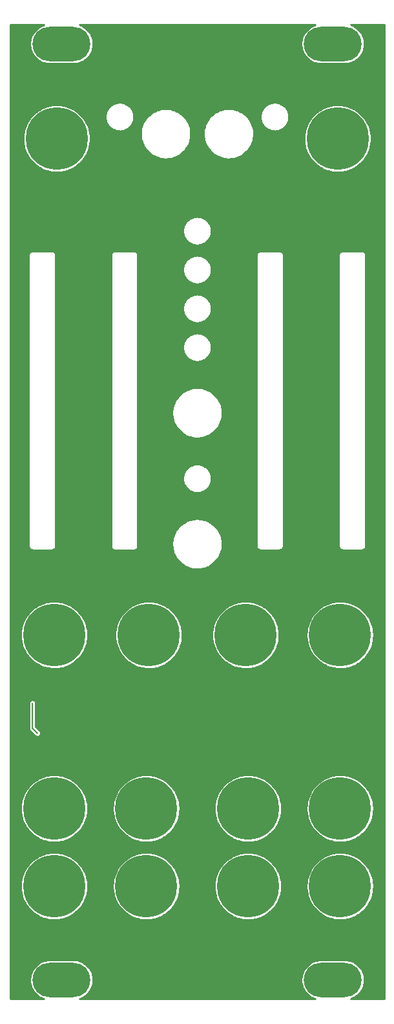
<source format=gbl>
G04 DipTrace 4.1.1.0*
G04 alps_panel02.GBL*
%MOIN*%
G04 #@! TF.FileFunction,Copper,L2,Bot*
G04 #@! TF.Part,Single*
G04 #@! TA.AperFunction,Conductor*
%ADD16C,0.007*%
G04 #@! TA.AperFunction,CopperBalancing*
%ADD17C,0.009*%
G04 #@! TA.AperFunction,ComponentPad*
%ADD22C,0.32*%
%ADD23O,0.299213X0.177165*%
%FSLAX26Y26*%
G04*
G70*
G90*
G75*
G01*
G04 Bottom*
%LPD*%
X529001Y1937749D2*
D16*
Y1806500D1*
X554001Y1781500D1*
X415408Y5420631D2*
D17*
X565713D1*
X792302D2*
X1965705D1*
X2192294D2*
X2342597D1*
X415408Y5411762D2*
X552793D1*
X805203D2*
X1952785D1*
X2205214D2*
X2342597D1*
X415408Y5402894D2*
X543125D1*
X814871D2*
X1943134D1*
X2214882D2*
X2342597D1*
X415408Y5394025D2*
X535549D1*
X822448D2*
X1935541D1*
X2222458D2*
X2342597D1*
X415408Y5385156D2*
X529501D1*
X828495D2*
X1929510D1*
X2228504D2*
X2342597D1*
X415408Y5376287D2*
X524702D1*
X833294D2*
X1924694D1*
X2233303D2*
X2342597D1*
X415408Y5367419D2*
X520958D1*
X837055D2*
X1920950D1*
X2237047D2*
X2342597D1*
X415408Y5358550D2*
X518129D1*
X839867D2*
X1918138D1*
X2239860D2*
X2342597D1*
X415408Y5349681D2*
X516177D1*
X841836D2*
X1916169D1*
X2241828D2*
X2342597D1*
X415408Y5340812D2*
X515017D1*
X842979D2*
X1915009D1*
X2242990D2*
X2342597D1*
X415408Y5331944D2*
X514630D1*
X843366D2*
X1914640D1*
X2243358D2*
X2342597D1*
X415408Y5323075D2*
X515017D1*
X842979D2*
X1915026D1*
X2242971D2*
X2342597D1*
X415408Y5314206D2*
X516194D1*
X841802D2*
X1916186D1*
X2241811D2*
X2342597D1*
X415408Y5305337D2*
X518164D1*
X839832D2*
X1918156D1*
X2239843D2*
X2342597D1*
X415408Y5296469D2*
X520993D1*
X837003D2*
X1920986D1*
X2237012D2*
X2342597D1*
X415408Y5287600D2*
X524756D1*
X833240D2*
X1924748D1*
X2233251D2*
X2342597D1*
X415408Y5278731D2*
X529572D1*
X828424D2*
X1929564D1*
X2228434D2*
X2342597D1*
X415408Y5269862D2*
X535636D1*
X822378D2*
X1935629D1*
X2222370D2*
X2342597D1*
X415408Y5260993D2*
X543230D1*
X814766D2*
X1943240D1*
X2214759D2*
X2342597D1*
X415408Y5252125D2*
X552933D1*
X805063D2*
X1952925D1*
X2205073D2*
X2342597D1*
X415408Y5243256D2*
X565906D1*
X792108D2*
X1965898D1*
X2192100D2*
X2342597D1*
X415408Y5234387D2*
X585997D1*
X772016D2*
X1985990D1*
X2172008D2*
X2342597D1*
X415408Y5225518D2*
X2342597D1*
X415408Y5216650D2*
X2342597D1*
X415408Y5207781D2*
X2342597D1*
X415408Y5198912D2*
X2342597D1*
X415408Y5190043D2*
X2342597D1*
X415408Y5181175D2*
X2342597D1*
X415408Y5172306D2*
X2342597D1*
X415408Y5163437D2*
X2342597D1*
X415408Y5154568D2*
X2342597D1*
X415408Y5145699D2*
X2342597D1*
X415408Y5136831D2*
X2342597D1*
X415408Y5127962D2*
X2342597D1*
X415408Y5119093D2*
X2342597D1*
X415408Y5110224D2*
X2342597D1*
X415408Y5101356D2*
X2342597D1*
X415408Y5092487D2*
X2342597D1*
X415408Y5083618D2*
X2342597D1*
X415408Y5074749D2*
X2342597D1*
X415408Y5065881D2*
X2342597D1*
X415408Y5057012D2*
X2342597D1*
X415408Y5048143D2*
X2342597D1*
X415408Y5039274D2*
X2342597D1*
X415408Y5030406D2*
X2342597D1*
X415408Y5021537D2*
X943009D1*
X1014999D2*
X1743007D1*
X1814996D2*
X2342597D1*
X415408Y5012668D2*
X610923D1*
X697063D2*
X930072D1*
X1027919D2*
X1730070D1*
X1827916D2*
X2060925D1*
X2147066D2*
X2342597D1*
X415408Y5003799D2*
X584609D1*
X723395D2*
X921318D1*
X1036672D2*
X1721316D1*
X1836688D2*
X2034610D1*
X2173398D2*
X2342597D1*
X415408Y4994930D2*
X566802D1*
X741202D2*
X914972D1*
X1043018D2*
X1183759D1*
X1249244D2*
X1508761D1*
X1574247D2*
X1714988D1*
X1843016D2*
X2016804D1*
X2191203D2*
X2342597D1*
X415408Y4986062D2*
X552862D1*
X755123D2*
X910366D1*
X1047623D2*
X1159308D1*
X1273696D2*
X1484310D1*
X1598698D2*
X1710365D1*
X1847622D2*
X2002865D1*
X2205126D2*
X2342597D1*
X415408Y4977193D2*
X541349D1*
X766638D2*
X907150D1*
X1050840D2*
X1143717D1*
X1289287D2*
X1468718D1*
X1614272D2*
X1707165D1*
X1850839D2*
X1991350D1*
X2216639D2*
X2342597D1*
X415408Y4968324D2*
X531558D1*
X776428D2*
X905146D1*
X1052844D2*
X1131886D1*
X1301100D2*
X1456888D1*
X1626102D2*
X1705161D1*
X1852843D2*
X1981560D1*
X2226430D2*
X2342597D1*
X415408Y4959455D2*
X523102D1*
X784883D2*
X904266D1*
X1053740D2*
X1122377D1*
X1310627D2*
X1447378D1*
X1635630D2*
X1704265D1*
X1853739D2*
X1973105D1*
X2234886D2*
X2342597D1*
X415408Y4950587D2*
X515738D1*
X792248D2*
X904442D1*
X1053566D2*
X1114518D1*
X1318467D2*
X1439521D1*
X1643470D2*
X1704441D1*
X1853563D2*
X1965740D1*
X2242251D2*
X2342597D1*
X415408Y4941718D2*
X509304D1*
X798699D2*
X905690D1*
X1052299D2*
X1107962D1*
X1325024D2*
X1432965D1*
X1650026D2*
X1705689D1*
X1852298D2*
X1959306D1*
X2248702D2*
X2342597D1*
X415408Y4932849D2*
X503661D1*
X804343D2*
X908081D1*
X1049908D2*
X1102478D1*
X1330526D2*
X1427480D1*
X1655510D2*
X1708080D1*
X1849907D2*
X1953664D1*
X2254344D2*
X2342597D1*
X415408Y4923980D2*
X498722D1*
X809264D2*
X911738D1*
X1046252D2*
X1097908D1*
X1335079D2*
X1422909D1*
X1660080D2*
X1711736D1*
X1846268D2*
X1948724D1*
X2259266D2*
X2342597D1*
X415408Y4915112D2*
X494450D1*
X813554D2*
X916870D1*
X1041119D2*
X1094164D1*
X1338840D2*
X1419165D1*
X1663824D2*
X1716886D1*
X1841118D2*
X1944453D1*
X2263555D2*
X2342597D1*
X415408Y4906243D2*
X490759D1*
X817244D2*
X923920D1*
X1034071D2*
X1091157D1*
X1341846D2*
X1416160D1*
X1666848D2*
X1723917D1*
X1834087D2*
X1940761D1*
X2267230D2*
X2342597D1*
X415408Y4897374D2*
X487630D1*
X820356D2*
X933762D1*
X1024227D2*
X1088837D1*
X1344150D2*
X1413840D1*
X1669151D2*
X1733761D1*
X1824226D2*
X1937633D1*
X2270358D2*
X2342597D1*
X415408Y4888505D2*
X485029D1*
X822975D2*
X949161D1*
X1008846D2*
X1087185D1*
X1345819D2*
X1412186D1*
X1670822D2*
X1749160D1*
X1808844D2*
X1935030D1*
X2272959D2*
X2342597D1*
X415408Y4879636D2*
X482937D1*
X825067D2*
X1086148D1*
X1346856D2*
X1411150D1*
X1671858D2*
X1932938D1*
X2275070D2*
X2342597D1*
X415408Y4870768D2*
X481320D1*
X826684D2*
X1085726D1*
X1347278D2*
X1410710D1*
X1672280D2*
X1931322D1*
X2276686D2*
X2342597D1*
X415408Y4861899D2*
X480160D1*
X827844D2*
X1085902D1*
X1347102D2*
X1410904D1*
X1672104D2*
X1930161D1*
X2277828D2*
X2342597D1*
X415408Y4853030D2*
X479474D1*
X828530D2*
X1086693D1*
X1346311D2*
X1411694D1*
X1671314D2*
X1929476D1*
X2278531D2*
X2342597D1*
X415408Y4844161D2*
X479245D1*
X828759D2*
X1088098D1*
X1344906D2*
X1413101D1*
X1669890D2*
X1929248D1*
X2278760D2*
X2342597D1*
X415408Y4835293D2*
X479457D1*
X828547D2*
X1090156D1*
X1342848D2*
X1415157D1*
X1667850D2*
X1929458D1*
X2278550D2*
X2342597D1*
X415408Y4826424D2*
X480125D1*
X827862D2*
X1092881D1*
X1340123D2*
X1417882D1*
X1665126D2*
X1930126D1*
X2277864D2*
X2342597D1*
X415408Y4817555D2*
X481266D1*
X826738D2*
X1096325D1*
X1336678D2*
X1421328D1*
X1661680D2*
X1931269D1*
X2276739D2*
X2342597D1*
X415408Y4808686D2*
X482866D1*
X825138D2*
X1100562D1*
X1332442D2*
X1425564D1*
X1657444D2*
X1932869D1*
X2275139D2*
X2342597D1*
X415408Y4799818D2*
X484941D1*
X823046D2*
X1105660D1*
X1327344D2*
X1430661D1*
X1652328D2*
X1934942D1*
X2273047D2*
X2342597D1*
X415408Y4790949D2*
X487525D1*
X820462D2*
X1111777D1*
X1321227D2*
X1436778D1*
X1646230D2*
X1937526D1*
X2270463D2*
X2342597D1*
X415408Y4782080D2*
X490636D1*
X817367D2*
X1119072D1*
X1313932D2*
X1444073D1*
X1638934D2*
X1940638D1*
X2267352D2*
X2342597D1*
X415408Y4773211D2*
X494310D1*
X813694D2*
X1127861D1*
X1305126D2*
X1452862D1*
X1630127D2*
X1944312D1*
X2263696D2*
X2342597D1*
X415408Y4764343D2*
X498564D1*
X809440D2*
X1138672D1*
X1294332D2*
X1463656D1*
X1619335D2*
X1948566D1*
X2259442D2*
X2342597D1*
X415408Y4755474D2*
X503469D1*
X804535D2*
X1152488D1*
X1280516D2*
X1477472D1*
X1605518D2*
X1953470D1*
X2254538D2*
X2342597D1*
X415408Y4746605D2*
X509076D1*
X798911D2*
X1172105D1*
X1260899D2*
X1497106D1*
X1585902D2*
X1959077D1*
X2248912D2*
X2342597D1*
X415408Y4737736D2*
X515492D1*
X792512D2*
X1965493D1*
X2242514D2*
X2342597D1*
X415408Y4728867D2*
X522822D1*
X785182D2*
X1972824D1*
X2235184D2*
X2342597D1*
X415408Y4719999D2*
X531241D1*
X776762D2*
X1981244D1*
X2226764D2*
X2342597D1*
X415408Y4711130D2*
X540980D1*
X767024D2*
X1990965D1*
X2217026D2*
X2342597D1*
X415408Y4702261D2*
X552423D1*
X755580D2*
X2002408D1*
X2205583D2*
X2342597D1*
X415408Y4693392D2*
X566240D1*
X741764D2*
X2016241D1*
X2191766D2*
X2342597D1*
X415408Y4684524D2*
X583853D1*
X724151D2*
X2033854D1*
X2174135D2*
X2342597D1*
X415408Y4675655D2*
X609657D1*
X698346D2*
X2059660D1*
X2148348D2*
X2342597D1*
X415408Y4666786D2*
X2342597D1*
X415408Y4657917D2*
X2342597D1*
X415408Y4649049D2*
X2342597D1*
X415408Y4640180D2*
X2342597D1*
X415408Y4631311D2*
X2342597D1*
X415408Y4622442D2*
X2342597D1*
X415408Y4613573D2*
X2342597D1*
X415408Y4604705D2*
X2342597D1*
X415408Y4595836D2*
X2342597D1*
X415408Y4586967D2*
X2342597D1*
X415408Y4578098D2*
X2342597D1*
X415408Y4569230D2*
X2342597D1*
X415408Y4560361D2*
X2342597D1*
X415408Y4551492D2*
X2342597D1*
X415408Y4542623D2*
X2342597D1*
X415408Y4533755D2*
X2342597D1*
X415408Y4524886D2*
X2342597D1*
X415408Y4516017D2*
X2342597D1*
X415408Y4507148D2*
X2342597D1*
X415408Y4498280D2*
X2342597D1*
X415408Y4489411D2*
X2342597D1*
X415408Y4480542D2*
X2342597D1*
X415408Y4471673D2*
X2342597D1*
X415408Y4462804D2*
X2342597D1*
X415408Y4453936D2*
X2342597D1*
X415408Y4445067D2*
X2342597D1*
X415408Y4436198D2*
X1347358D1*
X1410647D2*
X2342597D1*
X415408Y4427329D2*
X1332734D1*
X1425272D2*
X2342597D1*
X415408Y4418461D2*
X1323189D1*
X1434799D2*
X2342597D1*
X415408Y4409592D2*
X1316350D1*
X1441655D2*
X2342597D1*
X415408Y4400723D2*
X1311358D1*
X1446647D2*
X2342597D1*
X415408Y4391854D2*
X1307825D1*
X1450180D2*
X2342597D1*
X415408Y4382986D2*
X1305541D1*
X1452466D2*
X2342597D1*
X415408Y4374117D2*
X1304381D1*
X1453626D2*
X2342597D1*
X415408Y4365248D2*
X1304293D1*
X1453696D2*
X2342597D1*
X415408Y4356379D2*
X1305294D1*
X1452711D2*
X2342597D1*
X415408Y4347510D2*
X1307386D1*
X1450602D2*
X2342597D1*
X415408Y4338642D2*
X1310726D1*
X1447280D2*
X2342597D1*
X415408Y4329773D2*
X1315472D1*
X1442534D2*
X2342597D1*
X415408Y4320904D2*
X1321993D1*
X1436012D2*
X2342597D1*
X415408Y4312035D2*
X1331029D1*
X1426978D2*
X2342597D1*
X415408Y4303167D2*
X1344529D1*
X1413478D2*
X2342597D1*
X415408Y4294298D2*
X2342597D1*
X415408Y4285429D2*
X2342597D1*
X415408Y4276560D2*
X2342597D1*
X415408Y4267692D2*
X2342597D1*
X415408Y4258823D2*
X514261D1*
X643907D2*
X938984D1*
X1067715D2*
X1689270D1*
X1818916D2*
X2114274D1*
X2243920D2*
X2342597D1*
X415408Y4249954D2*
X509286D1*
X648899D2*
X933675D1*
X1073024D2*
X1684297D1*
X1823891D2*
X2109301D1*
X2248895D2*
X2342597D1*
X415408Y4241085D2*
X508689D1*
X649479D2*
X932954D1*
X1073744D2*
X1361825D1*
X1396180D2*
X1683698D1*
X1824490D2*
X2108702D1*
X2249492D2*
X2342597D1*
X415408Y4232217D2*
X508689D1*
X649479D2*
X932954D1*
X1073744D2*
X1339836D1*
X1418171D2*
X1683698D1*
X1824490D2*
X2108702D1*
X2249492D2*
X2342597D1*
X415408Y4223348D2*
X508689D1*
X649479D2*
X932954D1*
X1073744D2*
X1328022D1*
X1429983D2*
X1683698D1*
X1824490D2*
X2108702D1*
X2249492D2*
X2342597D1*
X415408Y4214479D2*
X508689D1*
X649479D2*
X932954D1*
X1073744D2*
X1319849D1*
X1438139D2*
X1683698D1*
X1824490D2*
X2108702D1*
X2249492D2*
X2342597D1*
X415408Y4205610D2*
X508689D1*
X649479D2*
X932954D1*
X1073744D2*
X1313908D1*
X1444098D2*
X1683698D1*
X1824490D2*
X2108702D1*
X2249492D2*
X2342597D1*
X415408Y4196741D2*
X508689D1*
X649479D2*
X932954D1*
X1073744D2*
X1309601D1*
X1448387D2*
X1683698D1*
X1824490D2*
X2108702D1*
X2249492D2*
X2342597D1*
X415408Y4187873D2*
X508689D1*
X649479D2*
X932954D1*
X1073744D2*
X1306648D1*
X1451340D2*
X1683698D1*
X1824490D2*
X2108702D1*
X2249492D2*
X2342597D1*
X415408Y4179004D2*
X508689D1*
X649479D2*
X932954D1*
X1073744D2*
X1304873D1*
X1453115D2*
X1683698D1*
X1824490D2*
X2108702D1*
X2249492D2*
X2342597D1*
X415408Y4170135D2*
X508689D1*
X649479D2*
X932954D1*
X1073744D2*
X1304205D1*
X1453783D2*
X1683698D1*
X1824490D2*
X2108702D1*
X2249492D2*
X2342597D1*
X415408Y4161266D2*
X508689D1*
X649479D2*
X932954D1*
X1073744D2*
X1304609D1*
X1453398D2*
X1683698D1*
X1824490D2*
X2108702D1*
X2249492D2*
X2342597D1*
X415408Y4152398D2*
X508689D1*
X649479D2*
X932954D1*
X1073744D2*
X1306085D1*
X1451903D2*
X1683698D1*
X1824490D2*
X2108702D1*
X2249492D2*
X2342597D1*
X415408Y4143529D2*
X508689D1*
X649479D2*
X932954D1*
X1073744D2*
X1308722D1*
X1449266D2*
X1683698D1*
X1824490D2*
X2108702D1*
X2249492D2*
X2342597D1*
X415408Y4134660D2*
X508689D1*
X649479D2*
X932954D1*
X1073744D2*
X1312660D1*
X1445328D2*
X1683698D1*
X1824490D2*
X2108702D1*
X2249492D2*
X2342597D1*
X415408Y4125791D2*
X508689D1*
X649479D2*
X932954D1*
X1073744D2*
X1318144D1*
X1439844D2*
X1683698D1*
X1824490D2*
X2108702D1*
X2249492D2*
X2342597D1*
X415408Y4116923D2*
X508689D1*
X649479D2*
X932954D1*
X1073744D2*
X1325668D1*
X1432339D2*
X1683698D1*
X1824490D2*
X2108702D1*
X2249492D2*
X2342597D1*
X415408Y4108054D2*
X508689D1*
X649479D2*
X932954D1*
X1073744D2*
X1336302D1*
X1421686D2*
X1683698D1*
X1824490D2*
X2108702D1*
X2249492D2*
X2342597D1*
X415408Y4099185D2*
X508689D1*
X649479D2*
X932954D1*
X1073744D2*
X1353881D1*
X1404126D2*
X1683698D1*
X1824490D2*
X2108702D1*
X2249492D2*
X2342597D1*
X415408Y4090316D2*
X508689D1*
X649479D2*
X932954D1*
X1073744D2*
X1683698D1*
X1824490D2*
X2108702D1*
X2249492D2*
X2342597D1*
X415408Y4081448D2*
X508689D1*
X649479D2*
X932954D1*
X1073744D2*
X1683698D1*
X1824490D2*
X2108702D1*
X2249492D2*
X2342597D1*
X415408Y4072579D2*
X508689D1*
X649479D2*
X932954D1*
X1073744D2*
X1683698D1*
X1824490D2*
X2108702D1*
X2249492D2*
X2342597D1*
X415408Y4063710D2*
X508689D1*
X649479D2*
X932954D1*
X1073744D2*
X1683698D1*
X1824490D2*
X2108702D1*
X2249492D2*
X2342597D1*
X415408Y4054841D2*
X508689D1*
X649479D2*
X932954D1*
X1073744D2*
X1683698D1*
X1824490D2*
X2108702D1*
X2249492D2*
X2342597D1*
X415408Y4045972D2*
X508689D1*
X649479D2*
X932954D1*
X1073744D2*
X1683698D1*
X1824490D2*
X2108702D1*
X2249492D2*
X2342597D1*
X415408Y4037104D2*
X508689D1*
X649479D2*
X932954D1*
X1073744D2*
X1349416D1*
X1408591D2*
X1683698D1*
X1824490D2*
X2108702D1*
X2249492D2*
X2342597D1*
X415408Y4028235D2*
X508689D1*
X649479D2*
X932954D1*
X1073744D2*
X1333912D1*
X1424076D2*
X1683698D1*
X1824490D2*
X2108702D1*
X2249492D2*
X2342597D1*
X415408Y4019366D2*
X508689D1*
X649479D2*
X932954D1*
X1073744D2*
X1324014D1*
X1433974D2*
X1683698D1*
X1824490D2*
X2108702D1*
X2249492D2*
X2342597D1*
X415408Y4010497D2*
X508689D1*
X649479D2*
X932954D1*
X1073744D2*
X1316949D1*
X1441039D2*
X1683698D1*
X1824490D2*
X2108702D1*
X2249492D2*
X2342597D1*
X415408Y4001629D2*
X508689D1*
X649479D2*
X932954D1*
X1073744D2*
X1311798D1*
X1446207D2*
X1683698D1*
X1824490D2*
X2108702D1*
X2249492D2*
X2342597D1*
X415408Y3992760D2*
X508689D1*
X649479D2*
X932954D1*
X1073744D2*
X1308125D1*
X1449882D2*
X1683698D1*
X1824490D2*
X2108702D1*
X2249492D2*
X2342597D1*
X415408Y3983891D2*
X508689D1*
X649479D2*
X932954D1*
X1073744D2*
X1305717D1*
X1452290D2*
X1683698D1*
X1824490D2*
X2108702D1*
X2249492D2*
X2342597D1*
X415408Y3975022D2*
X508689D1*
X649479D2*
X932954D1*
X1073744D2*
X1304450D1*
X1453555D2*
X1683698D1*
X1824490D2*
X2108702D1*
X2249492D2*
X2342597D1*
X415408Y3966154D2*
X508689D1*
X649479D2*
X932954D1*
X1073744D2*
X1304257D1*
X1453748D2*
X1683698D1*
X1824490D2*
X2108702D1*
X2249492D2*
X2342597D1*
X415408Y3957285D2*
X508689D1*
X649479D2*
X932954D1*
X1073744D2*
X1305136D1*
X1452870D2*
X1683698D1*
X1824490D2*
X2108702D1*
X2249492D2*
X2342597D1*
X415408Y3948416D2*
X508689D1*
X649479D2*
X932954D1*
X1073744D2*
X1307122D1*
X1450883D2*
X1683698D1*
X1824490D2*
X2108702D1*
X2249492D2*
X2342597D1*
X415408Y3939547D2*
X508689D1*
X649479D2*
X932954D1*
X1073744D2*
X1310322D1*
X1447684D2*
X1683698D1*
X1824490D2*
X2108702D1*
X2249492D2*
X2342597D1*
X415408Y3930678D2*
X508689D1*
X649479D2*
X932954D1*
X1073744D2*
X1314909D1*
X1443079D2*
X1683698D1*
X1824490D2*
X2108702D1*
X2249492D2*
X2342597D1*
X415408Y3921810D2*
X508689D1*
X649479D2*
X932954D1*
X1073744D2*
X1321238D1*
X1436768D2*
X1683698D1*
X1824490D2*
X2108702D1*
X2249492D2*
X2342597D1*
X415408Y3912941D2*
X508689D1*
X649479D2*
X932954D1*
X1073744D2*
X1329957D1*
X1428050D2*
X1683698D1*
X1824490D2*
X2108702D1*
X2249492D2*
X2342597D1*
X415408Y3904072D2*
X508689D1*
X649479D2*
X932954D1*
X1073744D2*
X1342806D1*
X1415199D2*
X1683698D1*
X1824490D2*
X2108702D1*
X2249492D2*
X2342597D1*
X415408Y3895203D2*
X508689D1*
X649479D2*
X932954D1*
X1073744D2*
X1374201D1*
X1383806D2*
X1683698D1*
X1824490D2*
X2108702D1*
X2249492D2*
X2342597D1*
X415408Y3886335D2*
X508689D1*
X649479D2*
X932954D1*
X1073744D2*
X1683698D1*
X1824490D2*
X2108702D1*
X2249492D2*
X2342597D1*
X415408Y3877466D2*
X508689D1*
X649479D2*
X932954D1*
X1073744D2*
X1683698D1*
X1824490D2*
X2108702D1*
X2249492D2*
X2342597D1*
X415408Y3868597D2*
X508689D1*
X649479D2*
X932954D1*
X1073744D2*
X1683698D1*
X1824490D2*
X2108702D1*
X2249492D2*
X2342597D1*
X415408Y3859728D2*
X508689D1*
X649479D2*
X932954D1*
X1073744D2*
X1683698D1*
X1824490D2*
X2108702D1*
X2249492D2*
X2342597D1*
X415408Y3850860D2*
X508689D1*
X649479D2*
X932954D1*
X1073744D2*
X1683698D1*
X1824490D2*
X2108702D1*
X2249492D2*
X2342597D1*
X415408Y3841991D2*
X508689D1*
X649479D2*
X932954D1*
X1073744D2*
X1366554D1*
X1391451D2*
X1683698D1*
X1824490D2*
X2108702D1*
X2249492D2*
X2342597D1*
X415408Y3833122D2*
X508689D1*
X649479D2*
X932954D1*
X1073744D2*
X1341365D1*
X1416642D2*
X1683698D1*
X1824490D2*
X2108702D1*
X2249492D2*
X2342597D1*
X415408Y3824253D2*
X508689D1*
X649479D2*
X932954D1*
X1073744D2*
X1329025D1*
X1428982D2*
X1683698D1*
X1824490D2*
X2108702D1*
X2249492D2*
X2342597D1*
X415408Y3815385D2*
X508689D1*
X649479D2*
X932954D1*
X1073744D2*
X1320570D1*
X1437436D2*
X1683698D1*
X1824490D2*
X2108702D1*
X2249492D2*
X2342597D1*
X415408Y3806516D2*
X508689D1*
X649479D2*
X932954D1*
X1073744D2*
X1314434D1*
X1443571D2*
X1683698D1*
X1824490D2*
X2108702D1*
X2249492D2*
X2342597D1*
X415408Y3797647D2*
X508689D1*
X649479D2*
X932954D1*
X1073744D2*
X1309988D1*
X1448018D2*
X1683698D1*
X1824490D2*
X2108702D1*
X2249492D2*
X2342597D1*
X415408Y3788778D2*
X508689D1*
X649479D2*
X932954D1*
X1073744D2*
X1306894D1*
X1451112D2*
X1683698D1*
X1824490D2*
X2108702D1*
X2249492D2*
X2342597D1*
X415408Y3779909D2*
X508689D1*
X649479D2*
X932954D1*
X1073744D2*
X1305013D1*
X1452992D2*
X1683698D1*
X1824490D2*
X2108702D1*
X2249492D2*
X2342597D1*
X415408Y3771041D2*
X508689D1*
X649479D2*
X932954D1*
X1073744D2*
X1304222D1*
X1453766D2*
X1683698D1*
X1824490D2*
X2108702D1*
X2249492D2*
X2342597D1*
X415408Y3762172D2*
X508689D1*
X649479D2*
X932954D1*
X1073744D2*
X1304521D1*
X1453486D2*
X1683698D1*
X1824490D2*
X2108702D1*
X2249492D2*
X2342597D1*
X415408Y3753303D2*
X508689D1*
X649479D2*
X932954D1*
X1073744D2*
X1305892D1*
X1452114D2*
X1683698D1*
X1824490D2*
X2108702D1*
X2249492D2*
X2342597D1*
X415408Y3744434D2*
X508689D1*
X649479D2*
X932954D1*
X1073744D2*
X1308406D1*
X1449600D2*
X1683698D1*
X1824490D2*
X2108702D1*
X2249492D2*
X2342597D1*
X415408Y3735566D2*
X508689D1*
X649479D2*
X932954D1*
X1073744D2*
X1312202D1*
X1445803D2*
X1683698D1*
X1824490D2*
X2108702D1*
X2249492D2*
X2342597D1*
X415408Y3726697D2*
X508689D1*
X649479D2*
X932954D1*
X1073744D2*
X1317510D1*
X1440495D2*
X1683698D1*
X1824490D2*
X2108702D1*
X2249492D2*
X2342597D1*
X415408Y3717828D2*
X508689D1*
X649479D2*
X932954D1*
X1073744D2*
X1324789D1*
X1433218D2*
X1683698D1*
X1824490D2*
X2108702D1*
X2249492D2*
X2342597D1*
X415408Y3708959D2*
X508689D1*
X649479D2*
X932954D1*
X1073744D2*
X1335018D1*
X1422987D2*
X1683698D1*
X1824490D2*
X2108702D1*
X2249492D2*
X2342597D1*
X415408Y3700091D2*
X508689D1*
X649479D2*
X932954D1*
X1073744D2*
X1351402D1*
X1406587D2*
X1683698D1*
X1824490D2*
X2108702D1*
X2249492D2*
X2342597D1*
X415408Y3691222D2*
X508689D1*
X649479D2*
X932954D1*
X1073744D2*
X1683698D1*
X1824490D2*
X2108702D1*
X2249492D2*
X2342597D1*
X415408Y3682353D2*
X508689D1*
X649479D2*
X932954D1*
X1073744D2*
X1683698D1*
X1824490D2*
X2108702D1*
X2249492D2*
X2342597D1*
X415408Y3673484D2*
X508689D1*
X649479D2*
X932954D1*
X1073744D2*
X1683698D1*
X1824490D2*
X2108702D1*
X2249492D2*
X2342597D1*
X415408Y3664615D2*
X508689D1*
X649479D2*
X932954D1*
X1073744D2*
X1683698D1*
X1824490D2*
X2108702D1*
X2249492D2*
X2342597D1*
X415408Y3655747D2*
X508689D1*
X649479D2*
X932954D1*
X1073744D2*
X1683698D1*
X1824490D2*
X2108702D1*
X2249492D2*
X2342597D1*
X415408Y3646878D2*
X508689D1*
X649479D2*
X932954D1*
X1073744D2*
X1683698D1*
X1824490D2*
X2108702D1*
X2249492D2*
X2342597D1*
X415408Y3638009D2*
X508689D1*
X649479D2*
X932954D1*
X1073744D2*
X1683698D1*
X1824490D2*
X2108702D1*
X2249492D2*
X2342597D1*
X415408Y3629140D2*
X508689D1*
X649479D2*
X932954D1*
X1073744D2*
X1683698D1*
X1824490D2*
X2108702D1*
X2249492D2*
X2342597D1*
X415408Y3620272D2*
X508689D1*
X649479D2*
X932954D1*
X1073744D2*
X1683698D1*
X1824490D2*
X2108702D1*
X2249492D2*
X2342597D1*
X415408Y3611403D2*
X508689D1*
X649479D2*
X932954D1*
X1073744D2*
X1683698D1*
X1824490D2*
X2108702D1*
X2249492D2*
X2342597D1*
X415408Y3602534D2*
X508689D1*
X649479D2*
X932954D1*
X1073744D2*
X1683698D1*
X1824490D2*
X2108702D1*
X2249492D2*
X2342597D1*
X415408Y3593665D2*
X508689D1*
X649479D2*
X932954D1*
X1073744D2*
X1683698D1*
X1824490D2*
X2108702D1*
X2249492D2*
X2342597D1*
X415408Y3584797D2*
X508689D1*
X649479D2*
X932954D1*
X1073744D2*
X1683698D1*
X1824490D2*
X2108702D1*
X2249492D2*
X2342597D1*
X415408Y3575928D2*
X508689D1*
X649479D2*
X932954D1*
X1073744D2*
X1683698D1*
X1824490D2*
X2108702D1*
X2249492D2*
X2342597D1*
X415408Y3567059D2*
X508689D1*
X649479D2*
X932954D1*
X1073744D2*
X1683698D1*
X1824490D2*
X2108702D1*
X2249492D2*
X2342597D1*
X415408Y3558190D2*
X508689D1*
X649479D2*
X932954D1*
X1073744D2*
X1349433D1*
X1408573D2*
X1683698D1*
X1824490D2*
X2108702D1*
X2249492D2*
X2342597D1*
X415408Y3549322D2*
X508689D1*
X649479D2*
X932954D1*
X1073744D2*
X1323417D1*
X1434588D2*
X1683698D1*
X1824490D2*
X2108702D1*
X2249492D2*
X2342597D1*
X415408Y3540453D2*
X508689D1*
X649479D2*
X932954D1*
X1073744D2*
X1307386D1*
X1450619D2*
X1683698D1*
X1824490D2*
X2108702D1*
X2249492D2*
X2342597D1*
X415408Y3531584D2*
X508689D1*
X649479D2*
X932954D1*
X1073744D2*
X1295310D1*
X1462696D2*
X1683698D1*
X1824490D2*
X2108702D1*
X2249492D2*
X2342597D1*
X415408Y3522715D2*
X508689D1*
X649479D2*
X932954D1*
X1073744D2*
X1285625D1*
X1472382D2*
X1683698D1*
X1824490D2*
X2108702D1*
X2249492D2*
X2342597D1*
X415408Y3513846D2*
X508689D1*
X649479D2*
X932954D1*
X1073744D2*
X1277644D1*
X1480362D2*
X1683698D1*
X1824490D2*
X2108702D1*
X2249492D2*
X2342597D1*
X415408Y3504978D2*
X508689D1*
X649479D2*
X932954D1*
X1073744D2*
X1270982D1*
X1487007D2*
X1683698D1*
X1824490D2*
X2108702D1*
X2249492D2*
X2342597D1*
X415408Y3496109D2*
X508689D1*
X649479D2*
X932954D1*
X1073744D2*
X1265409D1*
X1492579D2*
X1683698D1*
X1824490D2*
X2108702D1*
X2249492D2*
X2342597D1*
X415408Y3487240D2*
X508689D1*
X649479D2*
X932954D1*
X1073744D2*
X1260769D1*
X1497219D2*
X1683698D1*
X1824490D2*
X2108702D1*
X2249492D2*
X2342597D1*
X415408Y3478371D2*
X508689D1*
X649479D2*
X932954D1*
X1073744D2*
X1256954D1*
X1501034D2*
X1683698D1*
X1824490D2*
X2108702D1*
X2249492D2*
X2342597D1*
X415408Y3469503D2*
X508689D1*
X649479D2*
X932954D1*
X1073744D2*
X1253896D1*
X1504110D2*
X1683698D1*
X1824490D2*
X2108702D1*
X2249492D2*
X2342597D1*
X415408Y3460634D2*
X508689D1*
X649479D2*
X932954D1*
X1073744D2*
X1251522D1*
X1506483D2*
X1683698D1*
X1824490D2*
X2108702D1*
X2249492D2*
X2342597D1*
X415408Y3451765D2*
X508689D1*
X649479D2*
X932954D1*
X1073744D2*
X1249801D1*
X1508206D2*
X1683698D1*
X1824490D2*
X2108702D1*
X2249492D2*
X2342597D1*
X415408Y3442896D2*
X508689D1*
X649479D2*
X932954D1*
X1073744D2*
X1248710D1*
X1509295D2*
X1683698D1*
X1824490D2*
X2108702D1*
X2249492D2*
X2342597D1*
X415408Y3434028D2*
X508689D1*
X649479D2*
X932954D1*
X1073744D2*
X1248236D1*
X1509770D2*
X1683698D1*
X1824490D2*
X2108702D1*
X2249492D2*
X2342597D1*
X415408Y3425159D2*
X508689D1*
X649479D2*
X932954D1*
X1073744D2*
X1248358D1*
X1509647D2*
X1683698D1*
X1824490D2*
X2108702D1*
X2249492D2*
X2342597D1*
X415408Y3416290D2*
X508689D1*
X649479D2*
X932954D1*
X1073744D2*
X1249097D1*
X1508908D2*
X1683698D1*
X1824490D2*
X2108702D1*
X2249492D2*
X2342597D1*
X415408Y3407421D2*
X508689D1*
X649479D2*
X932954D1*
X1073744D2*
X1250450D1*
X1507538D2*
X1683698D1*
X1824490D2*
X2108702D1*
X2249492D2*
X2342597D1*
X415408Y3398552D2*
X508689D1*
X649479D2*
X932954D1*
X1073744D2*
X1252454D1*
X1505551D2*
X1683698D1*
X1824490D2*
X2108702D1*
X2249492D2*
X2342597D1*
X415408Y3389684D2*
X508689D1*
X649479D2*
X932954D1*
X1073744D2*
X1255126D1*
X1502879D2*
X1683698D1*
X1824490D2*
X2108702D1*
X2249492D2*
X2342597D1*
X415408Y3380815D2*
X508689D1*
X649479D2*
X932954D1*
X1073744D2*
X1258501D1*
X1499504D2*
X1683698D1*
X1824490D2*
X2108702D1*
X2249492D2*
X2342597D1*
X415408Y3371946D2*
X508689D1*
X649479D2*
X932954D1*
X1073744D2*
X1262668D1*
X1495339D2*
X1683698D1*
X1824490D2*
X2108702D1*
X2249492D2*
X2342597D1*
X415408Y3363077D2*
X508689D1*
X649479D2*
X932954D1*
X1073744D2*
X1267694D1*
X1490311D2*
X1683698D1*
X1824490D2*
X2108702D1*
X2249492D2*
X2342597D1*
X415408Y3354209D2*
X508689D1*
X649479D2*
X932954D1*
X1073744D2*
X1273706D1*
X1484299D2*
X1683698D1*
X1824490D2*
X2108702D1*
X2249492D2*
X2342597D1*
X415408Y3345340D2*
X508689D1*
X649479D2*
X932954D1*
X1073744D2*
X1280896D1*
X1477110D2*
X1683698D1*
X1824490D2*
X2108702D1*
X2249492D2*
X2342597D1*
X415408Y3336471D2*
X508689D1*
X649479D2*
X932954D1*
X1073744D2*
X1289545D1*
X1468462D2*
X1683698D1*
X1824490D2*
X2108702D1*
X2249492D2*
X2342597D1*
X415408Y3327602D2*
X508689D1*
X649479D2*
X932954D1*
X1073744D2*
X1300144D1*
X1457862D2*
X1683698D1*
X1824490D2*
X2108702D1*
X2249492D2*
X2342597D1*
X415408Y3318734D2*
X508689D1*
X649479D2*
X932954D1*
X1073744D2*
X1313626D1*
X1444362D2*
X1683698D1*
X1824490D2*
X2108702D1*
X2249492D2*
X2342597D1*
X415408Y3309865D2*
X508689D1*
X649479D2*
X932954D1*
X1073744D2*
X1332522D1*
X1425483D2*
X1683698D1*
X1824490D2*
X2108702D1*
X2249492D2*
X2342597D1*
X415408Y3300996D2*
X508689D1*
X649479D2*
X932954D1*
X1073744D2*
X1683698D1*
X1824490D2*
X2108702D1*
X2249492D2*
X2342597D1*
X415408Y3292127D2*
X508689D1*
X649479D2*
X932954D1*
X1073744D2*
X1683698D1*
X1824490D2*
X2108702D1*
X2249492D2*
X2342597D1*
X415408Y3283259D2*
X508689D1*
X649479D2*
X932954D1*
X1073744D2*
X1683698D1*
X1824490D2*
X2108702D1*
X2249492D2*
X2342597D1*
X415408Y3274390D2*
X508689D1*
X649479D2*
X932954D1*
X1073744D2*
X1683698D1*
X1824490D2*
X2108702D1*
X2249492D2*
X2342597D1*
X415408Y3265521D2*
X508689D1*
X649479D2*
X932954D1*
X1073744D2*
X1683698D1*
X1824490D2*
X2108702D1*
X2249492D2*
X2342597D1*
X415408Y3256652D2*
X508689D1*
X649479D2*
X932954D1*
X1073744D2*
X1683698D1*
X1824490D2*
X2108702D1*
X2249492D2*
X2342597D1*
X415408Y3247783D2*
X508689D1*
X649479D2*
X932954D1*
X1073744D2*
X1683698D1*
X1824490D2*
X2108702D1*
X2249492D2*
X2342597D1*
X415408Y3238915D2*
X508689D1*
X649479D2*
X932954D1*
X1073744D2*
X1683698D1*
X1824490D2*
X2108702D1*
X2249492D2*
X2342597D1*
X415408Y3230046D2*
X508689D1*
X649479D2*
X932954D1*
X1073744D2*
X1683698D1*
X1824490D2*
X2108702D1*
X2249492D2*
X2342597D1*
X415408Y3221177D2*
X508689D1*
X649479D2*
X932954D1*
X1073744D2*
X1683698D1*
X1824490D2*
X2108702D1*
X2249492D2*
X2342597D1*
X415408Y3212308D2*
X508689D1*
X649479D2*
X932954D1*
X1073744D2*
X1683698D1*
X1824490D2*
X2108702D1*
X2249492D2*
X2342597D1*
X415408Y3203440D2*
X508689D1*
X649479D2*
X932954D1*
X1073744D2*
X1683698D1*
X1824490D2*
X2108702D1*
X2249492D2*
X2342597D1*
X415408Y3194571D2*
X508689D1*
X649479D2*
X932954D1*
X1073744D2*
X1683698D1*
X1824490D2*
X2108702D1*
X2249492D2*
X2342597D1*
X415408Y3185702D2*
X508689D1*
X649479D2*
X932954D1*
X1073744D2*
X1683698D1*
X1824490D2*
X2108702D1*
X2249492D2*
X2342597D1*
X415408Y3176833D2*
X508689D1*
X649479D2*
X932954D1*
X1073744D2*
X1683698D1*
X1824490D2*
X2108702D1*
X2249492D2*
X2342597D1*
X415408Y3167965D2*
X508689D1*
X649479D2*
X932954D1*
X1073744D2*
X1683698D1*
X1824490D2*
X2108702D1*
X2249492D2*
X2342597D1*
X415408Y3159096D2*
X508689D1*
X649479D2*
X932954D1*
X1073744D2*
X1343122D1*
X1414883D2*
X1683698D1*
X1824490D2*
X2108702D1*
X2249492D2*
X2342597D1*
X415408Y3150227D2*
X508689D1*
X649479D2*
X932954D1*
X1073744D2*
X1330150D1*
X1427856D2*
X1683698D1*
X1824490D2*
X2108702D1*
X2249492D2*
X2342597D1*
X415408Y3141358D2*
X508689D1*
X649479D2*
X932954D1*
X1073744D2*
X1321378D1*
X1436627D2*
X1683698D1*
X1824490D2*
X2108702D1*
X2249492D2*
X2342597D1*
X415408Y3132490D2*
X508689D1*
X649479D2*
X932954D1*
X1073744D2*
X1315014D1*
X1442991D2*
X1683698D1*
X1824490D2*
X2108702D1*
X2249492D2*
X2342597D1*
X415408Y3123621D2*
X508689D1*
X649479D2*
X932954D1*
X1073744D2*
X1310392D1*
X1447596D2*
X1683698D1*
X1824490D2*
X2108702D1*
X2249492D2*
X2342597D1*
X415408Y3114752D2*
X508689D1*
X649479D2*
X932954D1*
X1073744D2*
X1307175D1*
X1450831D2*
X1683698D1*
X1824490D2*
X2108702D1*
X2249492D2*
X2342597D1*
X415408Y3105883D2*
X508689D1*
X649479D2*
X932954D1*
X1073744D2*
X1305172D1*
X1452835D2*
X1683698D1*
X1824490D2*
X2108702D1*
X2249492D2*
X2342597D1*
X415408Y3097014D2*
X508689D1*
X649479D2*
X932954D1*
X1073744D2*
X1304257D1*
X1453731D2*
X1683698D1*
X1824490D2*
X2108702D1*
X2249492D2*
X2342597D1*
X415408Y3088146D2*
X508689D1*
X649479D2*
X932954D1*
X1073744D2*
X1304433D1*
X1453573D2*
X1683698D1*
X1824490D2*
X2108702D1*
X2249492D2*
X2342597D1*
X415408Y3079277D2*
X508689D1*
X649479D2*
X932954D1*
X1073744D2*
X1305681D1*
X1452324D2*
X1683698D1*
X1824490D2*
X2108702D1*
X2249492D2*
X2342597D1*
X415408Y3070408D2*
X508689D1*
X649479D2*
X932954D1*
X1073744D2*
X1308072D1*
X1449934D2*
X1683698D1*
X1824490D2*
X2108702D1*
X2249492D2*
X2342597D1*
X415408Y3061539D2*
X508689D1*
X649479D2*
X932954D1*
X1073744D2*
X1311710D1*
X1446295D2*
X1683698D1*
X1824490D2*
X2108702D1*
X2249492D2*
X2342597D1*
X415408Y3052671D2*
X508689D1*
X649479D2*
X932954D1*
X1073744D2*
X1316843D1*
X1441163D2*
X1683698D1*
X1824490D2*
X2108702D1*
X2249492D2*
X2342597D1*
X415408Y3043802D2*
X508689D1*
X649479D2*
X932954D1*
X1073744D2*
X1323857D1*
X1434131D2*
X1683698D1*
X1824490D2*
X2108702D1*
X2249492D2*
X2342597D1*
X415408Y3034933D2*
X508689D1*
X649479D2*
X932954D1*
X1073744D2*
X1333682D1*
X1424306D2*
X1683698D1*
X1824490D2*
X2108702D1*
X2249492D2*
X2342597D1*
X415408Y3026064D2*
X508689D1*
X649479D2*
X932954D1*
X1073744D2*
X1349010D1*
X1408995D2*
X1683698D1*
X1824490D2*
X2108702D1*
X2249492D2*
X2342597D1*
X415408Y3017196D2*
X508689D1*
X649479D2*
X932954D1*
X1073744D2*
X1683698D1*
X1824490D2*
X2108702D1*
X2249492D2*
X2342597D1*
X415408Y3008327D2*
X508689D1*
X649479D2*
X932954D1*
X1073744D2*
X1683698D1*
X1824490D2*
X2108702D1*
X2249492D2*
X2342597D1*
X415408Y2999458D2*
X508689D1*
X649479D2*
X932954D1*
X1073744D2*
X1683698D1*
X1824490D2*
X2108702D1*
X2249492D2*
X2342597D1*
X415408Y2990589D2*
X508689D1*
X649479D2*
X932954D1*
X1073744D2*
X1683698D1*
X1824490D2*
X2108702D1*
X2249492D2*
X2342597D1*
X415408Y2981720D2*
X508689D1*
X649479D2*
X932954D1*
X1073744D2*
X1683698D1*
X1824490D2*
X2108702D1*
X2249492D2*
X2342597D1*
X415408Y2972852D2*
X508689D1*
X649479D2*
X932954D1*
X1073744D2*
X1683698D1*
X1824490D2*
X2108702D1*
X2249492D2*
X2342597D1*
X415408Y2963983D2*
X508689D1*
X649479D2*
X932954D1*
X1073744D2*
X1683698D1*
X1824490D2*
X2108702D1*
X2249492D2*
X2342597D1*
X415408Y2955114D2*
X508689D1*
X649479D2*
X932954D1*
X1073744D2*
X1683698D1*
X1824490D2*
X2108702D1*
X2249492D2*
X2342597D1*
X415408Y2946245D2*
X508689D1*
X649479D2*
X932954D1*
X1073744D2*
X1683698D1*
X1824490D2*
X2108702D1*
X2249492D2*
X2342597D1*
X415408Y2937377D2*
X508689D1*
X649479D2*
X932954D1*
X1073744D2*
X1683698D1*
X1824490D2*
X2108702D1*
X2249492D2*
X2342597D1*
X415408Y2928508D2*
X508689D1*
X649479D2*
X932954D1*
X1073744D2*
X1683698D1*
X1824490D2*
X2108702D1*
X2249492D2*
X2342597D1*
X415408Y2919639D2*
X508689D1*
X649479D2*
X932954D1*
X1073744D2*
X1683698D1*
X1824490D2*
X2108702D1*
X2249492D2*
X2342597D1*
X415408Y2910770D2*
X508689D1*
X649479D2*
X932954D1*
X1073744D2*
X1683698D1*
X1824490D2*
X2108702D1*
X2249492D2*
X2342597D1*
X415408Y2901902D2*
X508689D1*
X649479D2*
X932954D1*
X1073744D2*
X1683698D1*
X1824490D2*
X2108702D1*
X2249492D2*
X2342597D1*
X415408Y2893033D2*
X508689D1*
X649479D2*
X932954D1*
X1073744D2*
X1683698D1*
X1824490D2*
X2108702D1*
X2249492D2*
X2342597D1*
X415408Y2884164D2*
X508689D1*
X649479D2*
X932954D1*
X1073744D2*
X1354144D1*
X1403862D2*
X1683698D1*
X1824490D2*
X2108702D1*
X2249492D2*
X2342597D1*
X415408Y2875295D2*
X508689D1*
X649479D2*
X932954D1*
X1073744D2*
X1325562D1*
X1432444D2*
X1683698D1*
X1824490D2*
X2108702D1*
X2249492D2*
X2342597D1*
X415408Y2866427D2*
X508689D1*
X649479D2*
X932954D1*
X1073744D2*
X1308898D1*
X1449108D2*
X1683698D1*
X1824490D2*
X2108702D1*
X2249492D2*
X2342597D1*
X415408Y2857558D2*
X508689D1*
X649479D2*
X932954D1*
X1073744D2*
X1296488D1*
X1461500D2*
X1683698D1*
X1824490D2*
X2108702D1*
X2249492D2*
X2342597D1*
X415408Y2848689D2*
X508689D1*
X649479D2*
X932954D1*
X1073744D2*
X1286591D1*
X1471415D2*
X1683698D1*
X1824490D2*
X2108702D1*
X2249492D2*
X2342597D1*
X415408Y2839820D2*
X508689D1*
X649479D2*
X932954D1*
X1073744D2*
X1278453D1*
X1479554D2*
X1683698D1*
X1824490D2*
X2108702D1*
X2249492D2*
X2342597D1*
X415408Y2830951D2*
X508689D1*
X649479D2*
X932954D1*
X1073744D2*
X1271668D1*
X1486339D2*
X1683698D1*
X1824490D2*
X2108702D1*
X2249492D2*
X2342597D1*
X415408Y2822083D2*
X508689D1*
X649479D2*
X932954D1*
X1073744D2*
X1265972D1*
X1492016D2*
X1683698D1*
X1824490D2*
X2108702D1*
X2249492D2*
X2342597D1*
X415408Y2813214D2*
X508689D1*
X649479D2*
X932954D1*
X1073744D2*
X1261244D1*
X1496762D2*
X1683698D1*
X1824490D2*
X2108702D1*
X2249492D2*
X2342597D1*
X415408Y2804345D2*
X508689D1*
X649479D2*
X932954D1*
X1073744D2*
X1257341D1*
X1500664D2*
X1683698D1*
X1824490D2*
X2108702D1*
X2249492D2*
X2342597D1*
X415408Y2795476D2*
X508689D1*
X649479D2*
X932954D1*
X1073744D2*
X1254194D1*
X1503811D2*
X1683698D1*
X1824490D2*
X2108702D1*
X2249492D2*
X2342597D1*
X415408Y2786608D2*
X508689D1*
X649479D2*
X932954D1*
X1073744D2*
X1251752D1*
X1506255D2*
X1683698D1*
X1824490D2*
X2108702D1*
X2249492D2*
X2342597D1*
X415408Y2777739D2*
X508689D1*
X649479D2*
X932954D1*
X1073744D2*
X1249958D1*
X1508047D2*
X1683698D1*
X1824490D2*
X2108702D1*
X2249492D2*
X2342597D1*
X415408Y2768870D2*
X508689D1*
X649479D2*
X932954D1*
X1073744D2*
X1248798D1*
X1509207D2*
X1683698D1*
X1824490D2*
X2108702D1*
X2249492D2*
X2342597D1*
X415408Y2760001D2*
X508689D1*
X649479D2*
X932954D1*
X1073744D2*
X1248253D1*
X1509752D2*
X1683698D1*
X1824490D2*
X2108702D1*
X2249492D2*
X2342597D1*
X415408Y2751133D2*
X508689D1*
X649479D2*
X932954D1*
X1073744D2*
X1248324D1*
X1509682D2*
X1683698D1*
X1824490D2*
X2108702D1*
X2249492D2*
X2342597D1*
X415408Y2742264D2*
X508934D1*
X649251D2*
X933130D1*
X1073570D2*
X1248992D1*
X1509014D2*
X1683945D1*
X1824243D2*
X2108949D1*
X2249247D2*
X2342597D1*
X415408Y2733395D2*
X512785D1*
X645402D2*
X936698D1*
X1070000D2*
X1250274D1*
X1507731D2*
X1687777D1*
X1820411D2*
X2112781D1*
X2245415D2*
X2342597D1*
X415408Y2724526D2*
X1252209D1*
X1505798D2*
X2342597D1*
X415408Y2715657D2*
X1254793D1*
X1503214D2*
X2342597D1*
X415408Y2706789D2*
X1258097D1*
X1499908D2*
X2342597D1*
X415408Y2697920D2*
X1262157D1*
X1495831D2*
X2342597D1*
X415408Y2689051D2*
X1267097D1*
X1490908D2*
X2342597D1*
X415408Y2680182D2*
X1272986D1*
X1485003D2*
X2342597D1*
X415408Y2671314D2*
X1280034D1*
X1477954D2*
X2342597D1*
X415408Y2662445D2*
X1288507D1*
X1469482D2*
X2342597D1*
X415408Y2653576D2*
X1298861D1*
X1459146D2*
X2342597D1*
X415408Y2644707D2*
X1311957D1*
X1446050D2*
X2342597D1*
X415408Y2635839D2*
X1330009D1*
X1427996D2*
X2342597D1*
X415408Y2626970D2*
X1368382D1*
X1389606D2*
X2342597D1*
X415408Y2618101D2*
X2342597D1*
X415408Y2609232D2*
X2342597D1*
X415408Y2600364D2*
X2342597D1*
X415408Y2591495D2*
X2342597D1*
X415408Y2582626D2*
X2342597D1*
X415408Y2573757D2*
X2342597D1*
X415408Y2564888D2*
X2342597D1*
X415408Y2556020D2*
X2342597D1*
X415408Y2547151D2*
X2342597D1*
X415408Y2538282D2*
X2342597D1*
X415408Y2529413D2*
X2342597D1*
X415408Y2520545D2*
X2342597D1*
X415408Y2511676D2*
X2342597D1*
X415408Y2502807D2*
X2342597D1*
X415408Y2493938D2*
X2342597D1*
X415408Y2485070D2*
X2342597D1*
X415408Y2476201D2*
X2342597D1*
X415408Y2467332D2*
X2342597D1*
X415408Y2458463D2*
X607672D1*
X675336D2*
X1095165D1*
X1162831D2*
X1595175D1*
X1662840D2*
X2082669D1*
X2150335D2*
X2342597D1*
X415408Y2449594D2*
X577085D1*
X705906D2*
X1064580D1*
X1193416D2*
X1564589D1*
X1693408D2*
X2052084D1*
X2180920D2*
X2342597D1*
X415408Y2440726D2*
X557978D1*
X725012D2*
X1045490D1*
X1212524D2*
X1545482D1*
X1712516D2*
X2032976D1*
X2200028D2*
X2342597D1*
X415408Y2431857D2*
X543336D1*
X739672D2*
X1030829D1*
X1227167D2*
X1530840D1*
X1727159D2*
X2018333D1*
X2214671D2*
X2342597D1*
X415408Y2422988D2*
X531346D1*
X751660D2*
X1018841D1*
X1239155D2*
X1518833D1*
X1739164D2*
X2006345D1*
X2226659D2*
X2342597D1*
X415408Y2414119D2*
X521186D1*
X761803D2*
X1008698D1*
X1249315D2*
X1508690D1*
X1749307D2*
X1996185D1*
X2236802D2*
X2342597D1*
X415408Y2405251D2*
X512450D1*
X770539D2*
X999962D1*
X1258051D2*
X1499954D1*
X1758043D2*
X1987449D1*
X2245538D2*
X2342597D1*
X415408Y2396382D2*
X504857D1*
X778151D2*
X992350D1*
X1265646D2*
X1492361D1*
X1765638D2*
X1979854D1*
X2253150D2*
X2342597D1*
X415408Y2387513D2*
X498213D1*
X784795D2*
X985706D1*
X1272290D2*
X1485717D1*
X1772282D2*
X1973210D1*
X2259794D2*
X2342597D1*
X415408Y2378644D2*
X492394D1*
X790614D2*
X979888D1*
X1278108D2*
X1479898D1*
X1778100D2*
X1967392D1*
X2265612D2*
X2342597D1*
X415408Y2369776D2*
X487314D1*
X795694D2*
X974808D1*
X1283188D2*
X1474801D1*
X1783198D2*
X1962312D1*
X2270692D2*
X2342597D1*
X415408Y2360907D2*
X482885D1*
X800123D2*
X970378D1*
X1287618D2*
X1470388D1*
X1787627D2*
X1957882D1*
X2275122D2*
X2342597D1*
X415408Y2352038D2*
X479070D1*
X803938D2*
X966564D1*
X1291432D2*
X1466556D1*
X1791442D2*
X1954068D1*
X2278936D2*
X2342597D1*
X415408Y2343169D2*
X475818D1*
X807190D2*
X963312D1*
X1294684D2*
X1463304D1*
X1794694D2*
X1950816D1*
X2282188D2*
X2342597D1*
X415408Y2334301D2*
X473093D1*
X809915D2*
X960588D1*
X1297408D2*
X1460580D1*
X1797419D2*
X1948091D1*
X2284912D2*
X2342597D1*
X415408Y2325432D2*
X470878D1*
X812130D2*
X958373D1*
X1299623D2*
X1458365D1*
X1799634D2*
X1945877D1*
X2287127D2*
X2342597D1*
X415408Y2316563D2*
X469138D1*
X813852D2*
X956650D1*
X1301364D2*
X1456642D1*
X1801356D2*
X1944136D1*
X2288850D2*
X2342597D1*
X415408Y2307694D2*
X467890D1*
X815118D2*
X955385D1*
X1302612D2*
X1455394D1*
X1802604D2*
X1942888D1*
X2290115D2*
X2342597D1*
X415408Y2298825D2*
X467098D1*
X815908D2*
X954593D1*
X1303403D2*
X1454585D1*
X1803412D2*
X1942097D1*
X2290907D2*
X2342597D1*
X415408Y2289957D2*
X466748D1*
X816243D2*
X954259D1*
X1303755D2*
X1454252D1*
X1803747D2*
X1941745D1*
X2291240D2*
X2342597D1*
X415408Y2281088D2*
X466870D1*
X816138D2*
X954365D1*
X1303631D2*
X1454374D1*
X1803623D2*
X1941869D1*
X2291135D2*
X2342597D1*
X415408Y2272219D2*
X467433D1*
X815558D2*
X954927D1*
X1303070D2*
X1454937D1*
X1803062D2*
X1942430D1*
X2290573D2*
X2342597D1*
X415408Y2263350D2*
X468453D1*
X814538D2*
X955965D1*
X1302031D2*
X1455957D1*
X1802042D2*
X1943469D1*
X2289535D2*
X2342597D1*
X415408Y2254482D2*
X469946D1*
X813043D2*
X957458D1*
X1300555D2*
X1457450D1*
X1800547D2*
X1944945D1*
X2288042D2*
X2342597D1*
X415408Y2245613D2*
X471916D1*
X811075D2*
X959427D1*
X1298570D2*
X1459420D1*
X1798579D2*
X1946930D1*
X2286073D2*
X2342597D1*
X415408Y2236744D2*
X474394D1*
X808614D2*
X961888D1*
X1296108D2*
X1461898D1*
X1796118D2*
X1949392D1*
X2283612D2*
X2342597D1*
X415408Y2227875D2*
X477382D1*
X805626D2*
X964877D1*
X1293119D2*
X1464869D1*
X1793130D2*
X1952381D1*
X2280623D2*
X2342597D1*
X415408Y2219007D2*
X480916D1*
X802092D2*
X968409D1*
X1289587D2*
X1468402D1*
X1789596D2*
X1955913D1*
X2277091D2*
X2342597D1*
X415408Y2210138D2*
X485029D1*
X797979D2*
X972522D1*
X1285474D2*
X1472533D1*
X1785483D2*
X1960026D1*
X2272978D2*
X2342597D1*
X415408Y2201269D2*
X489774D1*
X793234D2*
X977269D1*
X1280727D2*
X1477278D1*
X1780719D2*
X1964773D1*
X2268231D2*
X2342597D1*
X415408Y2192400D2*
X495224D1*
X787783D2*
X982718D1*
X1275278D2*
X1482710D1*
X1775287D2*
X1970222D1*
X2262782D2*
X2342597D1*
X415408Y2183531D2*
X501446D1*
X781562D2*
X988941D1*
X1269055D2*
X1488933D1*
X1769066D2*
X1976445D1*
X2256559D2*
X2342597D1*
X415408Y2174663D2*
X508549D1*
X774459D2*
X996042D1*
X1261954D2*
X1496052D1*
X1761946D2*
X1983546D1*
X2249458D2*
X2342597D1*
X415408Y2165794D2*
X516686D1*
X766303D2*
X1004181D1*
X1253815D2*
X1504190D1*
X1753807D2*
X1991685D1*
X2241319D2*
X2342597D1*
X415408Y2156925D2*
X526091D1*
X756899D2*
X1013585D1*
X1244411D2*
X1513594D1*
X1744403D2*
X2001089D1*
X2231915D2*
X2342597D1*
X415408Y2148056D2*
X537094D1*
X745895D2*
X1024589D1*
X1233407D2*
X1524598D1*
X1733399D2*
X2012093D1*
X2220911D2*
X2342597D1*
X415408Y2139188D2*
X550297D1*
X732711D2*
X1037790D1*
X1220206D2*
X1537782D1*
X1720215D2*
X2025294D1*
X2207710D2*
X2342597D1*
X415408Y2130319D2*
X566820D1*
X716171D2*
X1054332D1*
X1203682D2*
X1554324D1*
X1703675D2*
X2041818D1*
X2191168D2*
X2342597D1*
X415408Y2121450D2*
X589882D1*
X693108D2*
X1077394D1*
X1180602D2*
X1577386D1*
X1680612D2*
X2064898D1*
X2168106D2*
X2342597D1*
X415408Y2112581D2*
X2342597D1*
X415408Y2103713D2*
X2342597D1*
X415408Y2094844D2*
X2342597D1*
X415408Y2085975D2*
X2342597D1*
X415408Y2077106D2*
X2342597D1*
X415408Y2068238D2*
X2342597D1*
X415408Y2059369D2*
X2342597D1*
X415408Y2050500D2*
X2342597D1*
X415408Y2041631D2*
X2342597D1*
X415408Y2032762D2*
X2342597D1*
X415408Y2023894D2*
X2342597D1*
X415408Y2015025D2*
X2342597D1*
X415408Y2006156D2*
X2342597D1*
X415408Y1997287D2*
X2342597D1*
X415408Y1988419D2*
X2342597D1*
X415408Y1979550D2*
X2342597D1*
X415408Y1970681D2*
X2342597D1*
X415408Y1961812D2*
X2342597D1*
X415408Y1952944D2*
X519710D1*
X538298D2*
X2342597D1*
X415408Y1944075D2*
X511941D1*
X546067D2*
X2342597D1*
X415408Y1935206D2*
X510745D1*
X547262D2*
X2342597D1*
X415408Y1926337D2*
X510745D1*
X547262D2*
X2342597D1*
X415408Y1917469D2*
X510745D1*
X547262D2*
X2342597D1*
X415408Y1908600D2*
X510745D1*
X547262D2*
X2342597D1*
X415408Y1899731D2*
X510745D1*
X547262D2*
X2342597D1*
X415408Y1890862D2*
X510745D1*
X547262D2*
X2342597D1*
X415408Y1881993D2*
X510745D1*
X547262D2*
X2342597D1*
X415408Y1873125D2*
X510745D1*
X547262D2*
X2342597D1*
X415408Y1864256D2*
X510745D1*
X547262D2*
X2342597D1*
X415408Y1855387D2*
X510745D1*
X547262D2*
X2342597D1*
X415408Y1846518D2*
X510745D1*
X547262D2*
X2342597D1*
X415408Y1837650D2*
X510745D1*
X547262D2*
X2342597D1*
X415408Y1828781D2*
X510745D1*
X547262D2*
X2342597D1*
X415408Y1819912D2*
X510745D1*
X547262D2*
X2342597D1*
X415408Y1811043D2*
X510745D1*
X549916D2*
X2342597D1*
X415408Y1802175D2*
X511290D1*
X558776D2*
X2342597D1*
X415408Y1793306D2*
X516740D1*
X567635D2*
X2342597D1*
X415408Y1784437D2*
X525617D1*
X572012D2*
X2342597D1*
X415408Y1775568D2*
X534476D1*
X571222D2*
X2342597D1*
X415408Y1766699D2*
X544021D1*
X563979D2*
X2342597D1*
X415408Y1757831D2*
X2342597D1*
X415408Y1748962D2*
X2342597D1*
X415408Y1740093D2*
X2342597D1*
X415408Y1731224D2*
X2342597D1*
X415408Y1722356D2*
X2342597D1*
X415408Y1713487D2*
X2342597D1*
X415408Y1704618D2*
X2342597D1*
X415408Y1695749D2*
X2342597D1*
X415408Y1686881D2*
X2342597D1*
X415408Y1678012D2*
X2342597D1*
X415408Y1669143D2*
X2342597D1*
X415408Y1660274D2*
X2342597D1*
X415408Y1651406D2*
X2342597D1*
X415408Y1642537D2*
X2342597D1*
X415408Y1633668D2*
X2342597D1*
X415408Y1624799D2*
X2342597D1*
X415408Y1615930D2*
X2342597D1*
X415408Y1607062D2*
X2342597D1*
X415408Y1598193D2*
X2342597D1*
X415408Y1589324D2*
X2342597D1*
X415408Y1580455D2*
X2342597D1*
X415408Y1571587D2*
X2342597D1*
X415408Y1562718D2*
X598636D1*
X684371D2*
X1073633D1*
X1159367D2*
X1598621D1*
X1684374D2*
X2073634D1*
X2159370D2*
X2342597D1*
X415408Y1553849D2*
X572217D1*
X710774D2*
X1047230D1*
X1185770D2*
X1572218D1*
X1710776D2*
X2047214D1*
X2185772D2*
X2342597D1*
X415408Y1544980D2*
X554392D1*
X728615D2*
X1029388D1*
X1203612D2*
X1554394D1*
X1728618D2*
X2029390D1*
X2203614D2*
X2342597D1*
X415408Y1536112D2*
X540434D1*
X742555D2*
X1015449D1*
X1217551D2*
X1540437D1*
X1742558D2*
X2015450D1*
X2217554D2*
X2342597D1*
X415408Y1527243D2*
X528921D1*
X754087D2*
X1003917D1*
X1229083D2*
X1528923D1*
X1754088D2*
X2003920D1*
X2229084D2*
X2342597D1*
X415408Y1518374D2*
X519113D1*
X763878D2*
X994109D1*
X1238891D2*
X1519114D1*
X1763879D2*
X1994110D1*
X2238875D2*
X2342597D1*
X415408Y1509505D2*
X510657D1*
X772350D2*
X985654D1*
X1247346D2*
X1510660D1*
X1772352D2*
X1985656D1*
X2247348D2*
X2342597D1*
X415408Y1500636D2*
X503274D1*
X779715D2*
X978289D1*
X1254711D2*
X1503277D1*
X1779718D2*
X1978290D1*
X2254714D2*
X2342597D1*
X415408Y1491768D2*
X496841D1*
X786167D2*
X971837D1*
X1261163D2*
X1496825D1*
X1786168D2*
X1971840D1*
X2261164D2*
X2342597D1*
X415408Y1482899D2*
X491181D1*
X791810D2*
X966194D1*
X1266806D2*
X1491182D1*
X1791811D2*
X1966178D1*
X2266807D2*
X2342597D1*
X415408Y1474030D2*
X486259D1*
X796748D2*
X961256D1*
X1271744D2*
X1486261D1*
X1796751D2*
X1961257D1*
X2271747D2*
X2342597D1*
X415408Y1465161D2*
X481970D1*
X801038D2*
X956966D1*
X1276034D2*
X1481972D1*
X1801022D2*
X1956969D1*
X2276035D2*
X2342597D1*
X415408Y1456293D2*
X478278D1*
X804711D2*
X953274D1*
X1279726D2*
X1478281D1*
X1804714D2*
X1953277D1*
X2279710D2*
X2342597D1*
X415408Y1447424D2*
X475150D1*
X807840D2*
X950146D1*
X1282854D2*
X1475152D1*
X1807843D2*
X1950148D1*
X2282856D2*
X2342597D1*
X415408Y1438555D2*
X472549D1*
X810459D2*
X947545D1*
X1285455D2*
X1472550D1*
X1810462D2*
X1947546D1*
X2285458D2*
X2342597D1*
X415408Y1429686D2*
X470438D1*
X812551D2*
X945434D1*
X1287566D2*
X1470441D1*
X1812554D2*
X1945437D1*
X2287550D2*
X2342597D1*
X415408Y1420818D2*
X468822D1*
X814186D2*
X943818D1*
X1289182D2*
X1468824D1*
X1814171D2*
X1943820D1*
X2289184D2*
X2342597D1*
X415408Y1411949D2*
X467661D1*
X815328D2*
X942675D1*
X1290324D2*
X1467664D1*
X1815331D2*
X1942677D1*
X2290327D2*
X2342597D1*
X415408Y1403080D2*
X466976D1*
X816014D2*
X941972D1*
X1291028D2*
X1466978D1*
X1816016D2*
X1941974D1*
X2291030D2*
X2342597D1*
X415408Y1394211D2*
X466748D1*
X816260D2*
X941744D1*
X1291256D2*
X1466732D1*
X1816262D2*
X1941745D1*
X2291259D2*
X2342597D1*
X415408Y1385343D2*
X466958D1*
X816050D2*
X941954D1*
X1291046D2*
X1466961D1*
X1816051D2*
X1941957D1*
X2291047D2*
X2342597D1*
X415408Y1376474D2*
X467626D1*
X815382D2*
X942622D1*
X1290378D2*
X1467629D1*
X1815366D2*
X1942625D1*
X2290379D2*
X2342597D1*
X415408Y1367605D2*
X468752D1*
X814239D2*
X943748D1*
X1289252D2*
X1468753D1*
X1814240D2*
X1943749D1*
X2289238D2*
X2342597D1*
X415408Y1358736D2*
X470350D1*
X812639D2*
X945346D1*
X1287654D2*
X1470353D1*
X1812642D2*
X1945349D1*
X2287655D2*
X2342597D1*
X415408Y1349867D2*
X472442D1*
X810566D2*
X947438D1*
X1285562D2*
X1472427D1*
X1810567D2*
X1947441D1*
X2285563D2*
X2342597D1*
X415408Y1340999D2*
X475009D1*
X807982D2*
X950022D1*
X1282978D2*
X1475010D1*
X1807983D2*
X1950007D1*
X2282979D2*
X2342597D1*
X415408Y1332130D2*
X478121D1*
X804887D2*
X953117D1*
X1279883D2*
X1478122D1*
X1804871D2*
X1953118D1*
X2279886D2*
X2342597D1*
X415408Y1323261D2*
X481777D1*
X801214D2*
X956773D1*
X1276227D2*
X1481778D1*
X1801215D2*
X1956774D1*
X2276211D2*
X2342597D1*
X415408Y1314392D2*
X486030D1*
X796959D2*
X961045D1*
X1271955D2*
X1486033D1*
X1796962D2*
X1961029D1*
X2271958D2*
X2342597D1*
X415408Y1305524D2*
X490934D1*
X792055D2*
X965930D1*
X1267070D2*
X1490937D1*
X1792058D2*
X1965933D1*
X2267071D2*
X2342597D1*
X415408Y1296655D2*
X496542D1*
X786448D2*
X971538D1*
X1261462D2*
X1496545D1*
X1786450D2*
X1971541D1*
X2261446D2*
X2342597D1*
X415408Y1287786D2*
X502958D1*
X780050D2*
X977954D1*
X1255046D2*
X1502961D1*
X1780051D2*
X1977957D1*
X2255047D2*
X2342597D1*
X415408Y1278917D2*
X510289D1*
X772719D2*
X985285D1*
X1247715D2*
X1510273D1*
X1772722D2*
X1985286D1*
X2247718D2*
X2342597D1*
X415408Y1270049D2*
X518690D1*
X764318D2*
X993686D1*
X1239314D2*
X1518693D1*
X1764319D2*
X1993689D1*
X2239315D2*
X2342597D1*
X415408Y1261180D2*
X528412D1*
X754596D2*
X1003408D1*
X1229592D2*
X1528413D1*
X1754580D2*
X2003409D1*
X2229594D2*
X2342597D1*
X415408Y1252311D2*
X539837D1*
X743154D2*
X1014850D1*
X1218150D2*
X1539840D1*
X1743155D2*
X2014853D1*
X2218151D2*
X2342597D1*
X415408Y1243442D2*
X553654D1*
X729354D2*
X1028650D1*
X1204350D2*
X1553656D1*
X1729339D2*
X2028652D1*
X2204352D2*
X2342597D1*
X415408Y1234573D2*
X571249D1*
X711759D2*
X1046245D1*
X1186755D2*
X1571234D1*
X1711760D2*
X2046248D1*
X2186756D2*
X2342597D1*
X415408Y1225705D2*
X596966D1*
X686042D2*
X1071962D1*
X1161038D2*
X1596969D1*
X1686043D2*
X2071965D1*
X2161039D2*
X2342597D1*
X415408Y1216836D2*
X2342597D1*
X415408Y1207967D2*
X2342597D1*
X415408Y1199098D2*
X2342597D1*
X415408Y1190230D2*
X2342597D1*
X415408Y1181361D2*
X2342597D1*
X415408Y1172492D2*
X2342597D1*
X415408Y1163623D2*
X602450D1*
X680539D2*
X1077446D1*
X1155554D2*
X1602453D1*
X1680542D2*
X2077449D1*
X2155555D2*
X2342597D1*
X415408Y1154755D2*
X574378D1*
X708630D2*
X1049374D1*
X1183626D2*
X1574381D1*
X1708614D2*
X2049377D1*
X2183627D2*
X2342597D1*
X415408Y1145886D2*
X555992D1*
X726999D2*
X1030988D1*
X1202012D2*
X1555993D1*
X1727000D2*
X2030990D1*
X2201996D2*
X2342597D1*
X415408Y1137017D2*
X541736D1*
X741255D2*
X1016732D1*
X1216268D2*
X1541738D1*
X1741256D2*
X2016734D1*
X2216252D2*
X2342597D1*
X415408Y1128148D2*
X530010D1*
X752996D2*
X1005007D1*
X1227992D2*
X1529996D1*
X1752999D2*
X2005009D1*
X2227995D2*
X2342597D1*
X415408Y1119280D2*
X520045D1*
X762946D2*
X995058D1*
X1237942D2*
X1520046D1*
X1762948D2*
X1995042D1*
X2237944D2*
X2342597D1*
X415408Y1110411D2*
X511466D1*
X771542D2*
X986462D1*
X1246538D2*
X1511469D1*
X1771543D2*
X1986465D1*
X2246539D2*
X2342597D1*
X415408Y1101542D2*
X503996D1*
X779012D2*
X978992D1*
X1254008D2*
X1503997D1*
X1779014D2*
X1978993D1*
X2254010D2*
X2342597D1*
X415408Y1092673D2*
X497457D1*
X785551D2*
X972453D1*
X1260547D2*
X1497458D1*
X1785554D2*
X1972454D1*
X2260550D2*
X2342597D1*
X415408Y1083804D2*
X491726D1*
X791264D2*
X966722D1*
X1266278D2*
X1491728D1*
X1791266D2*
X1966724D1*
X2266262D2*
X2342597D1*
X415408Y1074936D2*
X486734D1*
X796274D2*
X961730D1*
X1271270D2*
X1486736D1*
X1796276D2*
X1961732D1*
X2271272D2*
X2342597D1*
X415408Y1066067D2*
X482374D1*
X800615D2*
X957388D1*
X1275612D2*
X1482377D1*
X1800618D2*
X1957373D1*
X2275614D2*
X2342597D1*
X415408Y1057198D2*
X478630D1*
X804360D2*
X953626D1*
X1279374D2*
X1478633D1*
X1804362D2*
X1953629D1*
X2279375D2*
X2342597D1*
X415408Y1048329D2*
X475449D1*
X807559D2*
X950445D1*
X1282555D2*
X1475450D1*
X1807562D2*
X1950446D1*
X2282558D2*
X2342597D1*
X415408Y1039461D2*
X472794D1*
X810214D2*
X947790D1*
X1285210D2*
X1472797D1*
X1810215D2*
X1947793D1*
X2285211D2*
X2342597D1*
X415408Y1030592D2*
X470633D1*
X812358D2*
X945629D1*
X1287371D2*
X1470634D1*
X1812360D2*
X1945630D1*
X2287374D2*
X2342597D1*
X415408Y1021723D2*
X468962D1*
X814028D2*
X943958D1*
X1289042D2*
X1468965D1*
X1814030D2*
X1943961D1*
X2289043D2*
X2342597D1*
X415408Y1012854D2*
X467766D1*
X815240D2*
X942762D1*
X1290238D2*
X1467769D1*
X1815243D2*
X1942765D1*
X2290239D2*
X2342597D1*
X415408Y1003986D2*
X467029D1*
X815979D2*
X942025D1*
X1290975D2*
X1467030D1*
X1815982D2*
X1942026D1*
X2290978D2*
X2342597D1*
X415408Y995117D2*
X466748D1*
X816260D2*
X941744D1*
X1291256D2*
X1466749D1*
X1816262D2*
X1941745D1*
X2291259D2*
X2342597D1*
X415408Y986248D2*
X466906D1*
X816084D2*
X941920D1*
X1291080D2*
X1466908D1*
X1816087D2*
X1941921D1*
X2291083D2*
X2342597D1*
X415408Y977379D2*
X467538D1*
X815470D2*
X942534D1*
X1290466D2*
X1467541D1*
X1815471D2*
X1942537D1*
X2290467D2*
X2342597D1*
X415408Y968510D2*
X468610D1*
X814379D2*
X943625D1*
X1289375D2*
X1468613D1*
X1814382D2*
X1943626D1*
X2289378D2*
X2342597D1*
X415408Y959642D2*
X470175D1*
X812832D2*
X945172D1*
X1287828D2*
X1470177D1*
X1812835D2*
X1945173D1*
X2287831D2*
X2342597D1*
X415408Y950773D2*
X472197D1*
X810794D2*
X947193D1*
X1285807D2*
X1472198D1*
X1810795D2*
X1947194D1*
X2285810D2*
X2342597D1*
X415408Y941904D2*
X474728D1*
X808280D2*
X949724D1*
X1283276D2*
X1474730D1*
X1808264D2*
X1949726D1*
X2283278D2*
X2342597D1*
X415408Y933035D2*
X477786D1*
X805222D2*
X952782D1*
X1280218D2*
X1477770D1*
X1805223D2*
X1952785D1*
X2280219D2*
X2342597D1*
X415408Y924167D2*
X481390D1*
X801618D2*
X956386D1*
X1276614D2*
X1481374D1*
X1801619D2*
X1956388D1*
X2276615D2*
X2342597D1*
X415408Y915298D2*
X485573D1*
X797434D2*
X960570D1*
X1272430D2*
X1485576D1*
X1797419D2*
X1960572D1*
X2272432D2*
X2342597D1*
X415408Y906429D2*
X490408D1*
X792600D2*
X965404D1*
X1267596D2*
X1490409D1*
X1792602D2*
X1965406D1*
X2267598D2*
X2342597D1*
X415408Y897560D2*
X495945D1*
X787063D2*
X970941D1*
X1262059D2*
X1495946D1*
X1787066D2*
X1970942D1*
X2262062D2*
X2342597D1*
X415408Y888692D2*
X502256D1*
X780735D2*
X977269D1*
X1255731D2*
X1502257D1*
X1780738D2*
X1977253D1*
X2255734D2*
X2342597D1*
X415408Y879823D2*
X509480D1*
X773510D2*
X984493D1*
X1248507D2*
X1509482D1*
X1773512D2*
X1984478D1*
X2248508D2*
X2342597D1*
X415408Y870954D2*
X517777D1*
X765231D2*
X992773D1*
X1240227D2*
X1517778D1*
X1765234D2*
X1992774D1*
X2240230D2*
X2342597D1*
X415408Y862085D2*
X527357D1*
X755651D2*
X1002353D1*
X1230647D2*
X1527341D1*
X1755654D2*
X2002354D1*
X2230650D2*
X2342597D1*
X415408Y853217D2*
X538589D1*
X744419D2*
X1013585D1*
X1219415D2*
X1538591D1*
X1744420D2*
X2013588D1*
X2219416D2*
X2342597D1*
X415408Y844348D2*
X552106D1*
X730902D2*
X1027102D1*
X1205898D2*
X1552109D1*
X1730903D2*
X2027105D1*
X2205899D2*
X2342597D1*
X415408Y835479D2*
X569193D1*
X713798D2*
X1044189D1*
X1188811D2*
X1569194D1*
X1713799D2*
X2044190D1*
X2188795D2*
X2342597D1*
X415408Y826610D2*
X593609D1*
X689382D2*
X1068605D1*
X1164395D2*
X1593610D1*
X1689383D2*
X2068606D1*
X2164398D2*
X2342597D1*
X415408Y817741D2*
X2342597D1*
X415408Y808873D2*
X2342597D1*
X415408Y800004D2*
X2342597D1*
X415408Y791135D2*
X2342597D1*
X415408Y782266D2*
X2342597D1*
X415408Y773398D2*
X2342597D1*
X415408Y764529D2*
X2342597D1*
X415408Y755660D2*
X2342597D1*
X415408Y746791D2*
X2342597D1*
X415408Y737923D2*
X2342597D1*
X415408Y729054D2*
X2342597D1*
X415408Y720185D2*
X2342597D1*
X415408Y711316D2*
X2342597D1*
X415408Y702448D2*
X2342597D1*
X415408Y693579D2*
X2342597D1*
X415408Y684710D2*
X2342597D1*
X415408Y675841D2*
X2342597D1*
X415408Y666972D2*
X2342597D1*
X415408Y658104D2*
X2342597D1*
X415408Y649235D2*
X2342597D1*
X415408Y640366D2*
X2342597D1*
X415408Y631497D2*
X2342597D1*
X415408Y622629D2*
X2342597D1*
X415408Y613760D2*
X604050D1*
X753963D2*
X2004042D1*
X2153955D2*
X2342597D1*
X415408Y604891D2*
X573570D1*
X784444D2*
X1973562D1*
X2184436D2*
X2342597D1*
X415408Y596022D2*
X558259D1*
X799738D2*
X1958252D1*
X2199747D2*
X2342597D1*
X415408Y587154D2*
X547290D1*
X810706D2*
X1947301D1*
X2210698D2*
X2342597D1*
X415408Y578285D2*
X538836D1*
X819160D2*
X1938845D1*
X2219154D2*
X2342597D1*
X415408Y569416D2*
X532138D1*
X825858D2*
X1932130D1*
X2225867D2*
X2342597D1*
X415408Y560547D2*
X526794D1*
X831219D2*
X1926786D1*
X2231211D2*
X2342597D1*
X415408Y551678D2*
X522576D1*
X835438D2*
X1922568D1*
X2235430D2*
X2342597D1*
X415408Y542810D2*
X519324D1*
X838672D2*
X1919333D1*
X2238664D2*
X2342597D1*
X415408Y533941D2*
X516986D1*
X841028D2*
X1916978D1*
X2241020D2*
X2342597D1*
X415408Y525072D2*
X515457D1*
X842539D2*
X1915449D1*
X2242550D2*
X2342597D1*
X415408Y516203D2*
X514718D1*
X843278D2*
X1914710D1*
X2243287D2*
X2342597D1*
X415408Y507335D2*
X514753D1*
X843260D2*
X1914745D1*
X2243252D2*
X2342597D1*
X415408Y498466D2*
X515545D1*
X842451D2*
X1915554D1*
X2242444D2*
X2342597D1*
X415408Y489597D2*
X517144D1*
X840852D2*
X1917154D1*
X2240844D2*
X2342597D1*
X415408Y480728D2*
X519570D1*
X838427D2*
X1919580D1*
X2238436D2*
X2342597D1*
X415408Y471860D2*
X522892D1*
X835104D2*
X1922885D1*
X2235114D2*
X2342597D1*
X415408Y462991D2*
X527198D1*
X830798D2*
X1927190D1*
X2230807D2*
X2342597D1*
X415408Y454122D2*
X532648D1*
X825348D2*
X1932657D1*
X2225340D2*
X2342597D1*
X415408Y445253D2*
X539486D1*
X818510D2*
X1939496D1*
X2218503D2*
X2342597D1*
X415408Y436385D2*
X548134D1*
X809879D2*
X1948126D1*
X2209871D2*
X2342597D1*
X415408Y427516D2*
X559349D1*
X798647D2*
X1959358D1*
X2198639D2*
X2342597D1*
X415408Y418647D2*
X575222D1*
X782774D2*
X1975214D1*
X2182783D2*
X2342597D1*
X1452762Y4364503D2*
X1452352Y4360022D1*
X1451669Y4355575D1*
X1450718Y4351177D1*
X1449500Y4346846D1*
X1448021Y4342597D1*
X1446287Y4338445D1*
X1444303Y4334407D1*
X1442076Y4330497D1*
X1439617Y4326730D1*
X1436932Y4323119D1*
X1434033Y4319678D1*
X1430929Y4316421D1*
X1427633Y4313358D1*
X1424156Y4310503D1*
X1420513Y4307862D1*
X1416715Y4305450D1*
X1412778Y4303272D1*
X1408715Y4301339D1*
X1404543Y4299655D1*
X1400276Y4298230D1*
X1395929Y4297066D1*
X1391520Y4296169D1*
X1387064Y4295542D1*
X1382580Y4295188D1*
X1378081Y4295106D1*
X1373585Y4295299D1*
X1369110Y4295765D1*
X1364672Y4296503D1*
X1360287Y4297509D1*
X1355971Y4298781D1*
X1351740Y4300312D1*
X1347610Y4302098D1*
X1343597Y4304133D1*
X1339715Y4306407D1*
X1335979Y4308913D1*
X1332403Y4311643D1*
X1328999Y4314585D1*
X1325780Y4317730D1*
X1322759Y4321063D1*
X1319945Y4324575D1*
X1317350Y4328251D1*
X1314986Y4332077D1*
X1312857Y4336042D1*
X1310974Y4340129D1*
X1309343Y4344322D1*
X1307970Y4348606D1*
X1306861Y4352967D1*
X1306018Y4357387D1*
X1305448Y4361849D1*
X1305148Y4366339D1*
X1305123Y4370839D1*
X1305373Y4375331D1*
X1305894Y4379799D1*
X1306686Y4384228D1*
X1307748Y4388601D1*
X1309072Y4392900D1*
X1310656Y4397112D1*
X1312493Y4401219D1*
X1314577Y4405206D1*
X1316900Y4409060D1*
X1319454Y4412765D1*
X1322227Y4416307D1*
X1325211Y4419675D1*
X1328395Y4422854D1*
X1331766Y4425833D1*
X1335312Y4428602D1*
X1339021Y4431151D1*
X1342877Y4433469D1*
X1346867Y4435547D1*
X1350976Y4437379D1*
X1355190Y4438958D1*
X1359491Y4440278D1*
X1363865Y4441333D1*
X1368295Y4442119D1*
X1372765Y4442636D1*
X1377257Y4442879D1*
X1381757Y4442848D1*
X1386245Y4442543D1*
X1390707Y4441966D1*
X1395126Y4441118D1*
X1399486Y4440003D1*
X1403769Y4438625D1*
X1407959Y4436988D1*
X1412043Y4435100D1*
X1416005Y4432967D1*
X1419829Y4430596D1*
X1423501Y4427997D1*
X1427009Y4425180D1*
X1430340Y4422154D1*
X1433479Y4418932D1*
X1436417Y4415524D1*
X1439142Y4411942D1*
X1441643Y4408203D1*
X1443913Y4404319D1*
X1445942Y4400303D1*
X1447723Y4396171D1*
X1449249Y4391938D1*
X1450514Y4387621D1*
X1451516Y4383234D1*
X1452248Y4378794D1*
X1452707Y4374319D1*
X1452899Y4369000D1*
X1452762Y4364503D1*
Y4164503D2*
X1452352Y4160022D1*
X1451669Y4155575D1*
X1450718Y4151177D1*
X1449500Y4146846D1*
X1448021Y4142597D1*
X1446287Y4138445D1*
X1444303Y4134407D1*
X1442076Y4130497D1*
X1439617Y4126730D1*
X1436932Y4123119D1*
X1434033Y4119678D1*
X1430929Y4116421D1*
X1427633Y4113358D1*
X1424156Y4110503D1*
X1420513Y4107862D1*
X1416715Y4105450D1*
X1412778Y4103272D1*
X1408715Y4101339D1*
X1404543Y4099655D1*
X1400276Y4098230D1*
X1395929Y4097066D1*
X1391520Y4096169D1*
X1387064Y4095542D1*
X1382580Y4095188D1*
X1378081Y4095106D1*
X1373585Y4095299D1*
X1369110Y4095765D1*
X1364672Y4096503D1*
X1360287Y4097509D1*
X1355971Y4098781D1*
X1351740Y4100312D1*
X1347610Y4102098D1*
X1343597Y4104133D1*
X1339715Y4106407D1*
X1335979Y4108913D1*
X1332403Y4111643D1*
X1328999Y4114585D1*
X1325780Y4117730D1*
X1322759Y4121063D1*
X1319945Y4124575D1*
X1317350Y4128251D1*
X1314986Y4132077D1*
X1312857Y4136042D1*
X1310974Y4140129D1*
X1309343Y4144322D1*
X1307970Y4148606D1*
X1306861Y4152967D1*
X1306018Y4157387D1*
X1305448Y4161849D1*
X1305148Y4166339D1*
X1305123Y4170839D1*
X1305373Y4175331D1*
X1305894Y4179799D1*
X1306686Y4184228D1*
X1307748Y4188601D1*
X1309072Y4192900D1*
X1310656Y4197112D1*
X1312493Y4201219D1*
X1314577Y4205206D1*
X1316900Y4209060D1*
X1319454Y4212765D1*
X1322227Y4216307D1*
X1325211Y4219675D1*
X1328395Y4222854D1*
X1331766Y4225833D1*
X1335312Y4228602D1*
X1339021Y4231151D1*
X1342877Y4233469D1*
X1346867Y4235547D1*
X1350976Y4237379D1*
X1355190Y4238958D1*
X1359491Y4240278D1*
X1363865Y4241333D1*
X1368295Y4242119D1*
X1372765Y4242636D1*
X1377257Y4242879D1*
X1381757Y4242848D1*
X1386245Y4242543D1*
X1390707Y4241966D1*
X1395126Y4241118D1*
X1399486Y4240003D1*
X1403769Y4238625D1*
X1407959Y4236988D1*
X1412043Y4235100D1*
X1416005Y4232967D1*
X1419829Y4230596D1*
X1423501Y4227997D1*
X1427009Y4225180D1*
X1430340Y4222154D1*
X1433479Y4218932D1*
X1436417Y4215524D1*
X1439142Y4211942D1*
X1441643Y4208203D1*
X1443913Y4204319D1*
X1445942Y4200303D1*
X1447723Y4196171D1*
X1449249Y4191938D1*
X1450514Y4187621D1*
X1451516Y4183234D1*
X1452248Y4178794D1*
X1452707Y4174319D1*
X1452899Y4169000D1*
X1452762Y4164503D1*
X1052762Y4952003D2*
X1052352Y4947522D1*
X1051669Y4943075D1*
X1050718Y4938677D1*
X1049500Y4934346D1*
X1048021Y4930097D1*
X1046287Y4925945D1*
X1044303Y4921907D1*
X1042076Y4917997D1*
X1039617Y4914230D1*
X1036932Y4910619D1*
X1034033Y4907178D1*
X1030929Y4903921D1*
X1027633Y4900858D1*
X1024156Y4898003D1*
X1020513Y4895362D1*
X1016715Y4892950D1*
X1012778Y4890772D1*
X1008715Y4888839D1*
X1004543Y4887155D1*
X1000276Y4885730D1*
X995929Y4884566D1*
X991520Y4883669D1*
X987064Y4883042D1*
X982580Y4882688D1*
X978081Y4882606D1*
X973585Y4882799D1*
X969110Y4883265D1*
X964672Y4884003D1*
X960287Y4885009D1*
X955971Y4886281D1*
X951740Y4887812D1*
X947610Y4889598D1*
X943597Y4891633D1*
X939715Y4893907D1*
X935979Y4896413D1*
X932403Y4899143D1*
X928999Y4902085D1*
X925780Y4905230D1*
X922759Y4908563D1*
X919945Y4912075D1*
X917350Y4915751D1*
X914986Y4919577D1*
X912857Y4923542D1*
X910974Y4927629D1*
X909343Y4931822D1*
X907970Y4936106D1*
X906861Y4940467D1*
X906018Y4944887D1*
X905448Y4949349D1*
X905148Y4953839D1*
X905123Y4958339D1*
X905373Y4962831D1*
X905894Y4967299D1*
X906686Y4971728D1*
X907748Y4976101D1*
X909072Y4980400D1*
X910656Y4984612D1*
X912493Y4988719D1*
X914577Y4992706D1*
X916900Y4996560D1*
X919454Y5000265D1*
X922227Y5003807D1*
X925211Y5007175D1*
X928395Y5010354D1*
X931766Y5013333D1*
X935312Y5016102D1*
X939021Y5018651D1*
X942877Y5020969D1*
X946867Y5023047D1*
X950976Y5024879D1*
X955190Y5026458D1*
X959491Y5027778D1*
X963865Y5028833D1*
X968295Y5029619D1*
X972765Y5030136D1*
X977257Y5030379D1*
X981757Y5030348D1*
X986245Y5030043D1*
X990707Y5029466D1*
X995126Y5028618D1*
X999486Y5027503D1*
X1003769Y5026125D1*
X1007959Y5024488D1*
X1012043Y5022600D1*
X1016005Y5020467D1*
X1019829Y5018096D1*
X1023501Y5015497D1*
X1027009Y5012680D1*
X1030340Y5009654D1*
X1033479Y5006432D1*
X1036417Y5003024D1*
X1039142Y4999442D1*
X1041643Y4995703D1*
X1043913Y4991819D1*
X1045942Y4987803D1*
X1047723Y4983671D1*
X1049249Y4979438D1*
X1050514Y4975121D1*
X1051516Y4970734D1*
X1052248Y4966294D1*
X1052707Y4961819D1*
X1052899Y4956500D1*
X1052762Y4952003D1*
X1346316Y4864501D2*
X1345693Y4855525D1*
X1344450Y4846613D1*
X1342593Y4837808D1*
X1340131Y4829154D1*
X1337076Y4820689D1*
X1333441Y4812458D1*
X1329247Y4804497D1*
X1324510Y4796846D1*
X1319256Y4789542D1*
X1313508Y4782618D1*
X1307295Y4776109D1*
X1300646Y4770046D1*
X1293593Y4764458D1*
X1286171Y4759371D1*
X1278413Y4754811D1*
X1270360Y4750799D1*
X1262047Y4747354D1*
X1253516Y4744492D1*
X1244807Y4742228D1*
X1235963Y4740572D1*
X1227025Y4739533D1*
X1218037Y4739115D1*
X1209041Y4739320D1*
X1200080Y4740148D1*
X1191199Y4741594D1*
X1182440Y4743651D1*
X1173843Y4746310D1*
X1165451Y4749558D1*
X1157304Y4753379D1*
X1149442Y4757755D1*
X1141902Y4762664D1*
X1134718Y4768084D1*
X1127928Y4773988D1*
X1121563Y4780348D1*
X1115652Y4787133D1*
X1110227Y4794311D1*
X1105311Y4801848D1*
X1100929Y4809707D1*
X1097101Y4817850D1*
X1093846Y4826240D1*
X1091180Y4834833D1*
X1089115Y4843592D1*
X1087663Y4852472D1*
X1086827Y4861432D1*
X1086614Y4870427D1*
X1087025Y4879416D1*
X1088056Y4888354D1*
X1089705Y4897201D1*
X1091961Y4905911D1*
X1094815Y4914445D1*
X1098253Y4922760D1*
X1102260Y4930818D1*
X1106814Y4938579D1*
X1111894Y4946005D1*
X1117475Y4953063D1*
X1123533Y4959717D1*
X1130037Y4965936D1*
X1136955Y4971689D1*
X1144255Y4976949D1*
X1151902Y4981692D1*
X1159860Y4985894D1*
X1168088Y4989534D1*
X1176549Y4992597D1*
X1185201Y4995067D1*
X1194004Y4996930D1*
X1202915Y4998181D1*
X1211891Y4998812D1*
X1220890Y4998819D1*
X1229866Y4998205D1*
X1238780Y4996969D1*
X1247585Y4995119D1*
X1256243Y4992664D1*
X1264709Y4989617D1*
X1272944Y4985990D1*
X1280908Y4981801D1*
X1288563Y4977071D1*
X1295871Y4971823D1*
X1302799Y4966081D1*
X1309314Y4959874D1*
X1315382Y4953230D1*
X1320976Y4946181D1*
X1326070Y4938764D1*
X1330636Y4931010D1*
X1334656Y4922959D1*
X1338108Y4914650D1*
X1340976Y4906121D1*
X1343248Y4897415D1*
X1344911Y4888571D1*
X1345958Y4879634D1*
X1346383Y4870646D1*
X1346316Y4864501D1*
X1852762Y4952003D2*
X1852352Y4947522D1*
X1851669Y4943075D1*
X1850718Y4938677D1*
X1849500Y4934346D1*
X1848021Y4930097D1*
X1846287Y4925945D1*
X1844303Y4921907D1*
X1842076Y4917997D1*
X1839617Y4914230D1*
X1836932Y4910619D1*
X1834033Y4907178D1*
X1830929Y4903921D1*
X1827633Y4900858D1*
X1824156Y4898003D1*
X1820513Y4895362D1*
X1816715Y4892950D1*
X1812778Y4890772D1*
X1808715Y4888839D1*
X1804543Y4887155D1*
X1800276Y4885730D1*
X1795929Y4884566D1*
X1791520Y4883669D1*
X1787064Y4883042D1*
X1782580Y4882688D1*
X1778081Y4882606D1*
X1773585Y4882799D1*
X1769110Y4883265D1*
X1764672Y4884003D1*
X1760287Y4885009D1*
X1755971Y4886281D1*
X1751740Y4887812D1*
X1747610Y4889598D1*
X1743597Y4891633D1*
X1739715Y4893907D1*
X1735979Y4896413D1*
X1732403Y4899143D1*
X1728999Y4902085D1*
X1725780Y4905230D1*
X1722759Y4908563D1*
X1719945Y4912075D1*
X1717350Y4915751D1*
X1714986Y4919577D1*
X1712857Y4923542D1*
X1710974Y4927629D1*
X1709343Y4931822D1*
X1707970Y4936106D1*
X1706861Y4940467D1*
X1706018Y4944887D1*
X1705448Y4949349D1*
X1705148Y4953839D1*
X1705123Y4958339D1*
X1705373Y4962831D1*
X1705894Y4967299D1*
X1706686Y4971728D1*
X1707748Y4976101D1*
X1709072Y4980400D1*
X1710656Y4984612D1*
X1712493Y4988719D1*
X1714577Y4992706D1*
X1716900Y4996560D1*
X1719454Y5000265D1*
X1722227Y5003807D1*
X1725211Y5007175D1*
X1728395Y5010354D1*
X1731766Y5013333D1*
X1735312Y5016102D1*
X1739021Y5018651D1*
X1742877Y5020969D1*
X1746867Y5023047D1*
X1750976Y5024879D1*
X1755190Y5026458D1*
X1759491Y5027778D1*
X1763865Y5028833D1*
X1768295Y5029619D1*
X1772765Y5030136D1*
X1777257Y5030379D1*
X1781757Y5030348D1*
X1786245Y5030043D1*
X1790707Y5029466D1*
X1795126Y5028618D1*
X1799486Y5027503D1*
X1803769Y5026125D1*
X1807959Y5024488D1*
X1812043Y5022600D1*
X1816005Y5020467D1*
X1819829Y5018096D1*
X1823501Y5015497D1*
X1827009Y5012680D1*
X1830340Y5009654D1*
X1833479Y5006432D1*
X1836417Y5003024D1*
X1839142Y4999442D1*
X1841643Y4995703D1*
X1843913Y4991819D1*
X1845942Y4987803D1*
X1847723Y4983671D1*
X1849249Y4979438D1*
X1850514Y4975121D1*
X1851516Y4970734D1*
X1852248Y4966294D1*
X1852707Y4961819D1*
X1852899Y4956500D1*
X1852762Y4952003D1*
X1671316Y4864501D2*
X1670693Y4855525D1*
X1669450Y4846613D1*
X1667593Y4837808D1*
X1665131Y4829154D1*
X1662076Y4820689D1*
X1658441Y4812458D1*
X1654247Y4804497D1*
X1649510Y4796846D1*
X1644256Y4789542D1*
X1638508Y4782618D1*
X1632295Y4776109D1*
X1625646Y4770046D1*
X1618593Y4764458D1*
X1611171Y4759371D1*
X1603413Y4754811D1*
X1595360Y4750799D1*
X1587047Y4747354D1*
X1578516Y4744492D1*
X1569807Y4742228D1*
X1560963Y4740572D1*
X1552025Y4739533D1*
X1543037Y4739115D1*
X1534041Y4739320D1*
X1525080Y4740148D1*
X1516199Y4741594D1*
X1507440Y4743651D1*
X1498843Y4746310D1*
X1490451Y4749558D1*
X1482304Y4753379D1*
X1474442Y4757755D1*
X1466902Y4762664D1*
X1459718Y4768084D1*
X1452928Y4773988D1*
X1446563Y4780348D1*
X1440652Y4787133D1*
X1435227Y4794311D1*
X1430311Y4801848D1*
X1425929Y4809707D1*
X1422101Y4817850D1*
X1418846Y4826240D1*
X1416180Y4834833D1*
X1414115Y4843592D1*
X1412663Y4852472D1*
X1411827Y4861432D1*
X1411614Y4870427D1*
X1412025Y4879416D1*
X1413056Y4888354D1*
X1414705Y4897201D1*
X1416961Y4905911D1*
X1419815Y4914445D1*
X1423253Y4922760D1*
X1427260Y4930818D1*
X1431814Y4938579D1*
X1436894Y4946005D1*
X1442475Y4953063D1*
X1448533Y4959717D1*
X1455037Y4965936D1*
X1461955Y4971689D1*
X1469255Y4976949D1*
X1476902Y4981692D1*
X1484860Y4985894D1*
X1493088Y4989534D1*
X1501549Y4992597D1*
X1510201Y4995067D1*
X1519004Y4996930D1*
X1527915Y4998181D1*
X1536891Y4998812D1*
X1545890Y4998819D1*
X1554866Y4998205D1*
X1563780Y4996969D1*
X1572585Y4995119D1*
X1581243Y4992664D1*
X1589709Y4989617D1*
X1597944Y4985990D1*
X1605908Y4981801D1*
X1613563Y4977071D1*
X1620871Y4971823D1*
X1627799Y4966081D1*
X1634314Y4959874D1*
X1640382Y4953230D1*
X1645976Y4946181D1*
X1651070Y4938764D1*
X1655636Y4931010D1*
X1659656Y4922959D1*
X1663108Y4914650D1*
X1665976Y4906121D1*
X1668248Y4897415D1*
X1669911Y4888571D1*
X1670958Y4879634D1*
X1671383Y4870646D1*
X1671316Y4864501D1*
X1815302Y989500D2*
X1814836Y980513D1*
X1813906Y971563D1*
X1812514Y962672D1*
X1810664Y953865D1*
X1808361Y945167D1*
X1805610Y936597D1*
X1802420Y928182D1*
X1798799Y919945D1*
X1794757Y911904D1*
X1790303Y904085D1*
X1785451Y896505D1*
X1780215Y889188D1*
X1774605Y882151D1*
X1768640Y875413D1*
X1762333Y868993D1*
X1755703Y862909D1*
X1748768Y857176D1*
X1741545Y851808D1*
X1734052Y846823D1*
X1726314Y842231D1*
X1718346Y838046D1*
X1710175Y834278D1*
X1701818Y830938D1*
X1693301Y828035D1*
X1684643Y825577D1*
X1675871Y823571D1*
X1667007Y822021D1*
X1658073Y820932D1*
X1649096Y820306D1*
X1640098Y820146D1*
X1631105Y820451D1*
X1622139Y821222D1*
X1613224Y822454D1*
X1604386Y824147D1*
X1595647Y826295D1*
X1587031Y828892D1*
X1578562Y831932D1*
X1570260Y835406D1*
X1562150Y839304D1*
X1554251Y843617D1*
X1546587Y848333D1*
X1539177Y853440D1*
X1532041Y858923D1*
X1525198Y864766D1*
X1518667Y870958D1*
X1512465Y877479D1*
X1506609Y884311D1*
X1501114Y891437D1*
X1495995Y898839D1*
X1491266Y906495D1*
X1486940Y914386D1*
X1483028Y922490D1*
X1479539Y930786D1*
X1476486Y939251D1*
X1473874Y947862D1*
X1471711Y956597D1*
X1470003Y965433D1*
X1468755Y974345D1*
X1467969Y983310D1*
X1467648Y992303D1*
X1467794Y1001301D1*
X1468404Y1010278D1*
X1469478Y1019214D1*
X1471013Y1028080D1*
X1473005Y1036857D1*
X1475448Y1045517D1*
X1478336Y1054041D1*
X1481661Y1062403D1*
X1485415Y1070581D1*
X1489587Y1078555D1*
X1494165Y1086302D1*
X1499138Y1093802D1*
X1504493Y1101034D1*
X1510215Y1107980D1*
X1516289Y1114621D1*
X1522697Y1120938D1*
X1529424Y1126915D1*
X1536451Y1132535D1*
X1543761Y1137786D1*
X1551332Y1142651D1*
X1559144Y1147117D1*
X1567177Y1151173D1*
X1575409Y1154808D1*
X1583819Y1158013D1*
X1592382Y1160777D1*
X1601077Y1163096D1*
X1609881Y1164961D1*
X1618769Y1166367D1*
X1627719Y1167312D1*
X1636705Y1167794D1*
X1645703Y1167810D1*
X1654692Y1167358D1*
X1663644Y1166444D1*
X1672537Y1165067D1*
X1681346Y1163232D1*
X1690050Y1160944D1*
X1698623Y1158209D1*
X1707043Y1155033D1*
X1715287Y1151425D1*
X1723335Y1147396D1*
X1731161Y1142957D1*
X1738749Y1138118D1*
X1746076Y1132892D1*
X1753122Y1127295D1*
X1759870Y1121341D1*
X1766301Y1115046D1*
X1772396Y1108427D1*
X1778142Y1101500D1*
X1783521Y1094286D1*
X1788520Y1086803D1*
X1793125Y1079072D1*
X1797324Y1071113D1*
X1801105Y1062946D1*
X1804458Y1054596D1*
X1807375Y1046083D1*
X1809848Y1037429D1*
X1811870Y1028661D1*
X1813436Y1019799D1*
X1814539Y1010867D1*
X1815181Y1001892D1*
X1815360Y994000D1*
X1815302Y989500D1*
X815302D2*
X814836Y980513D1*
X813906Y971563D1*
X812514Y962672D1*
X810664Y953865D1*
X808361Y945167D1*
X805610Y936597D1*
X802420Y928182D1*
X798799Y919945D1*
X794757Y911904D1*
X790303Y904085D1*
X785451Y896505D1*
X780215Y889188D1*
X774605Y882151D1*
X768640Y875413D1*
X762333Y868993D1*
X755703Y862909D1*
X748768Y857176D1*
X741545Y851808D1*
X734052Y846823D1*
X726314Y842231D1*
X718346Y838046D1*
X710175Y834278D1*
X701818Y830938D1*
X693301Y828035D1*
X684643Y825577D1*
X675871Y823571D1*
X667007Y822021D1*
X658073Y820932D1*
X649096Y820306D1*
X640098Y820146D1*
X631105Y820451D1*
X622139Y821222D1*
X613224Y822454D1*
X604386Y824147D1*
X595647Y826295D1*
X587031Y828892D1*
X578562Y831932D1*
X570260Y835406D1*
X562150Y839304D1*
X554251Y843617D1*
X546587Y848333D1*
X539177Y853440D1*
X532041Y858923D1*
X525198Y864766D1*
X518667Y870958D1*
X512465Y877479D1*
X506609Y884311D1*
X501114Y891437D1*
X495995Y898839D1*
X491266Y906495D1*
X486940Y914386D1*
X483028Y922490D1*
X479539Y930786D1*
X476486Y939251D1*
X473874Y947862D1*
X471711Y956597D1*
X470003Y965433D1*
X468755Y974345D1*
X467969Y983310D1*
X467648Y992303D1*
X467794Y1001301D1*
X468404Y1010278D1*
X469478Y1019214D1*
X471013Y1028080D1*
X473005Y1036857D1*
X475448Y1045517D1*
X478336Y1054041D1*
X481661Y1062403D1*
X485415Y1070581D1*
X489587Y1078555D1*
X494165Y1086302D1*
X499138Y1093802D1*
X504493Y1101034D1*
X510215Y1107980D1*
X516289Y1114621D1*
X522697Y1120938D1*
X529424Y1126915D1*
X536451Y1132535D1*
X543761Y1137786D1*
X551332Y1142651D1*
X559144Y1147117D1*
X567177Y1151173D1*
X575409Y1154808D1*
X583819Y1158013D1*
X592382Y1160777D1*
X601077Y1163096D1*
X609881Y1164961D1*
X618769Y1166367D1*
X627719Y1167312D1*
X636705Y1167794D1*
X645703Y1167810D1*
X654692Y1167358D1*
X663644Y1166444D1*
X672537Y1165067D1*
X681346Y1163232D1*
X690050Y1160944D1*
X698623Y1158209D1*
X707043Y1155033D1*
X715287Y1151425D1*
X723335Y1147396D1*
X731161Y1142957D1*
X738749Y1138118D1*
X746076Y1132892D1*
X753122Y1127295D1*
X759870Y1121341D1*
X766301Y1115046D1*
X772396Y1108427D1*
X778142Y1101500D1*
X783521Y1094286D1*
X788520Y1086803D1*
X793125Y1079072D1*
X797324Y1071113D1*
X801105Y1062946D1*
X804458Y1054596D1*
X807375Y1046083D1*
X809848Y1037429D1*
X811870Y1028661D1*
X813436Y1019799D1*
X814539Y1010867D1*
X815181Y1001892D1*
X815360Y994000D1*
X815302Y989500D1*
X1290302D2*
X1289836Y980513D1*
X1288906Y971563D1*
X1287514Y962672D1*
X1285664Y953865D1*
X1283361Y945167D1*
X1280610Y936597D1*
X1277420Y928182D1*
X1273799Y919945D1*
X1269757Y911904D1*
X1265303Y904085D1*
X1260451Y896505D1*
X1255215Y889188D1*
X1249605Y882151D1*
X1243640Y875413D1*
X1237333Y868993D1*
X1230703Y862909D1*
X1223768Y857176D1*
X1216545Y851808D1*
X1209052Y846823D1*
X1201314Y842231D1*
X1193346Y838046D1*
X1185175Y834278D1*
X1176818Y830938D1*
X1168301Y828035D1*
X1159643Y825577D1*
X1150871Y823571D1*
X1142007Y822021D1*
X1133073Y820932D1*
X1124096Y820306D1*
X1115098Y820146D1*
X1106105Y820451D1*
X1097139Y821222D1*
X1088224Y822454D1*
X1079386Y824147D1*
X1070647Y826295D1*
X1062031Y828892D1*
X1053562Y831932D1*
X1045260Y835406D1*
X1037150Y839304D1*
X1029251Y843617D1*
X1021587Y848333D1*
X1014177Y853440D1*
X1007041Y858923D1*
X1000198Y864766D1*
X993667Y870958D1*
X987465Y877479D1*
X981609Y884311D1*
X976114Y891437D1*
X970995Y898839D1*
X966266Y906495D1*
X961940Y914386D1*
X958028Y922490D1*
X954539Y930786D1*
X951486Y939251D1*
X948874Y947862D1*
X946711Y956597D1*
X945003Y965433D1*
X943755Y974345D1*
X942969Y983310D1*
X942648Y992303D1*
X942794Y1001301D1*
X943404Y1010278D1*
X944478Y1019214D1*
X946013Y1028080D1*
X948005Y1036857D1*
X950448Y1045517D1*
X953336Y1054041D1*
X956661Y1062403D1*
X960415Y1070581D1*
X964587Y1078555D1*
X969165Y1086302D1*
X974138Y1093802D1*
X979493Y1101034D1*
X985215Y1107980D1*
X991289Y1114621D1*
X997697Y1120938D1*
X1004424Y1126915D1*
X1011451Y1132535D1*
X1018761Y1137786D1*
X1026332Y1142651D1*
X1034144Y1147117D1*
X1042177Y1151173D1*
X1050409Y1154808D1*
X1058819Y1158013D1*
X1067382Y1160777D1*
X1076077Y1163096D1*
X1084881Y1164961D1*
X1093769Y1166367D1*
X1102719Y1167312D1*
X1111705Y1167794D1*
X1120703Y1167810D1*
X1129692Y1167358D1*
X1138644Y1166444D1*
X1147537Y1165067D1*
X1156346Y1163232D1*
X1165050Y1160944D1*
X1173623Y1158209D1*
X1182043Y1155033D1*
X1190287Y1151425D1*
X1198335Y1147396D1*
X1206161Y1142957D1*
X1213749Y1138118D1*
X1221076Y1132892D1*
X1228122Y1127295D1*
X1234870Y1121341D1*
X1241301Y1115046D1*
X1247396Y1108427D1*
X1253142Y1101500D1*
X1258521Y1094286D1*
X1263520Y1086803D1*
X1268125Y1079072D1*
X1272324Y1071113D1*
X1276105Y1062946D1*
X1279458Y1054596D1*
X1282375Y1046083D1*
X1284848Y1037429D1*
X1286870Y1028661D1*
X1288436Y1019799D1*
X1289539Y1010867D1*
X1290181Y1001892D1*
X1290360Y994000D1*
X1290302Y989500D1*
X2022335Y614592D2*
X2144522Y614493D1*
X2153484Y613703D1*
X2162343Y612131D1*
X2171030Y609787D1*
X2179476Y606690D1*
X2187619Y602864D1*
X2195395Y598339D1*
X2202744Y593147D1*
X2209609Y587332D1*
X2215937Y580936D1*
X2221680Y574010D1*
X2226793Y566608D1*
X2231236Y558783D1*
X2234976Y550601D1*
X2237984Y542121D1*
X2240236Y533411D1*
X2241715Y524535D1*
X2242409Y515566D1*
X2242314Y506570D1*
X2241430Y497615D1*
X2239764Y488774D1*
X2237328Y480113D1*
X2234142Y471698D1*
X2230230Y463597D1*
X2225622Y455869D1*
X2220353Y448576D1*
X2214466Y441773D1*
X2208004Y435513D1*
X2201017Y429844D1*
X2193560Y424810D1*
X2185690Y420449D1*
X2177469Y416795D1*
X2170917Y414501D1*
X2343500D1*
Y5429488D1*
X2171476Y5429500D1*
X2179476Y5426541D1*
X2187619Y5422714D1*
X2195395Y5418189D1*
X2202744Y5412997D1*
X2209609Y5407182D1*
X2215937Y5400786D1*
X2221680Y5393861D1*
X2226793Y5386458D1*
X2231236Y5378634D1*
X2234976Y5370451D1*
X2237984Y5361971D1*
X2240236Y5353261D1*
X2241715Y5344386D1*
X2242409Y5335416D1*
X2242314Y5326420D1*
X2241430Y5317466D1*
X2239764Y5308625D1*
X2237328Y5299963D1*
X2234142Y5291550D1*
X2230230Y5283448D1*
X2225622Y5275719D1*
X2220353Y5268427D1*
X2214466Y5261623D1*
X2208004Y5255364D1*
X2201017Y5249694D1*
X2193560Y5244660D1*
X2185690Y5240299D1*
X2177469Y5236646D1*
X2168958Y5233728D1*
X2160223Y5231568D1*
X2151333Y5230184D1*
X2142357Y5229584D1*
X2017976Y5229558D1*
X2008988Y5229953D1*
X2000068Y5231135D1*
X1991287Y5233094D1*
X1982713Y5235818D1*
X1974409Y5239283D1*
X1966442Y5243463D1*
X1958873Y5248327D1*
X1951760Y5253835D1*
X1945156Y5259946D1*
X1939115Y5266613D1*
X1933682Y5273785D1*
X1928899Y5281406D1*
X1924803Y5289416D1*
X1921427Y5297756D1*
X1918794Y5306358D1*
X1916928Y5315160D1*
X1915840Y5324092D1*
X1915539Y5333083D1*
X1916029Y5342067D1*
X1917306Y5350974D1*
X1919360Y5359732D1*
X1922173Y5368278D1*
X1925726Y5376545D1*
X1929990Y5384467D1*
X1934932Y5391984D1*
X1940516Y5399039D1*
X1946697Y5405577D1*
X1953428Y5411549D1*
X1960656Y5416906D1*
X1968327Y5421608D1*
X1976381Y5425618D1*
X1984755Y5428907D1*
X1986614Y5429499D1*
X771449Y5429500D1*
X779476Y5426541D1*
X787619Y5422714D1*
X795395Y5418189D1*
X802744Y5412997D1*
X809609Y5407182D1*
X815937Y5400786D1*
X821680Y5393861D1*
X826793Y5386458D1*
X831236Y5378634D1*
X834976Y5370451D1*
X837984Y5361971D1*
X840236Y5353261D1*
X841715Y5344386D1*
X842409Y5335416D1*
X842314Y5326420D1*
X841430Y5317466D1*
X839764Y5308625D1*
X837328Y5299963D1*
X834142Y5291550D1*
X830230Y5283448D1*
X825622Y5275719D1*
X820353Y5268427D1*
X814466Y5261623D1*
X808004Y5255364D1*
X801017Y5249694D1*
X793560Y5244660D1*
X785690Y5240299D1*
X777469Y5236646D1*
X768958Y5233728D1*
X760223Y5231568D1*
X751333Y5230184D1*
X742357Y5229584D1*
X617976Y5229558D1*
X608988Y5229953D1*
X600068Y5231135D1*
X591287Y5233094D1*
X582713Y5235818D1*
X574409Y5239283D1*
X566442Y5243463D1*
X558873Y5248327D1*
X551760Y5253835D1*
X545156Y5259946D1*
X539115Y5266613D1*
X533682Y5273785D1*
X528899Y5281406D1*
X524803Y5289416D1*
X521427Y5297756D1*
X518794Y5306360D1*
X516928Y5315160D1*
X515840Y5324092D1*
X515539Y5333084D1*
X516029Y5342067D1*
X517306Y5350974D1*
X519360Y5359732D1*
X522173Y5368278D1*
X525726Y5376545D1*
X529990Y5384467D1*
X534932Y5391984D1*
X540516Y5399039D1*
X546697Y5405577D1*
X553428Y5411549D1*
X560656Y5416906D1*
X568327Y5421608D1*
X576381Y5425618D1*
X584755Y5428907D1*
X586614Y5429499D1*
X414500D1*
Y414512D1*
X586970D1*
X578524Y417609D1*
X570381Y421436D1*
X562605Y425961D1*
X555256Y431152D1*
X548391Y436967D1*
X542063Y443364D1*
X536320Y450289D1*
X531207Y457692D1*
X526764Y465516D1*
X523024Y473698D1*
X520016Y482178D1*
X517764Y490888D1*
X516285Y499764D1*
X515591Y508734D1*
X515686Y517730D1*
X516570Y526684D1*
X518236Y535525D1*
X520672Y544186D1*
X523858Y552601D1*
X527770Y560702D1*
X532378Y568430D1*
X537647Y575723D1*
X543534Y582526D1*
X549996Y588786D1*
X556983Y594455D1*
X564440Y599490D1*
X572310Y603850D1*
X580531Y607504D1*
X589042Y610421D1*
X597777Y612581D1*
X606667Y613966D1*
X615643Y614566D1*
X740024Y614592D1*
X749012Y614197D1*
X757932Y613014D1*
X766713Y611055D1*
X775287Y608332D1*
X783591Y604866D1*
X791558Y600686D1*
X799127Y595823D1*
X806240Y590315D1*
X812844Y584203D1*
X818885Y577537D1*
X824318Y570365D1*
X829101Y562744D1*
X833197Y554734D1*
X836573Y546394D1*
X839206Y537790D1*
X841072Y528990D1*
X842160Y520058D1*
X842461Y511066D1*
X841970Y502083D1*
X840694Y493176D1*
X838640Y484416D1*
X835827Y475871D1*
X832274Y467605D1*
X828010Y459682D1*
X823068Y452164D1*
X817484Y445110D1*
X811303Y438572D1*
X804572Y432601D1*
X797344Y427244D1*
X789673Y422542D1*
X781619Y418531D1*
X773245Y415243D1*
X770917Y414501D1*
X1986970Y414512D1*
X1978524Y417609D1*
X1970381Y421436D1*
X1962605Y425961D1*
X1955256Y431152D1*
X1948391Y436967D1*
X1942063Y443364D1*
X1936320Y450289D1*
X1931207Y457692D1*
X1926764Y465516D1*
X1923024Y473698D1*
X1920016Y482178D1*
X1917764Y490888D1*
X1916285Y499764D1*
X1915591Y508734D1*
X1915686Y517730D1*
X1916570Y526684D1*
X1918236Y535525D1*
X1920672Y544186D1*
X1923858Y552601D1*
X1927770Y560702D1*
X1932378Y568430D1*
X1937647Y575723D1*
X1943534Y582526D1*
X1949996Y588786D1*
X1956983Y594455D1*
X1964440Y599490D1*
X1972310Y603850D1*
X1980531Y607504D1*
X1989042Y610421D1*
X1997777Y612581D1*
X2006667Y613966D1*
X2015643Y614566D1*
X2022335Y614592D1*
X2290302Y989500D2*
X2289836Y980513D1*
X2288906Y971563D1*
X2287514Y962672D1*
X2285664Y953865D1*
X2283361Y945167D1*
X2280610Y936597D1*
X2277420Y928182D1*
X2273799Y919945D1*
X2269757Y911904D1*
X2265303Y904085D1*
X2260451Y896505D1*
X2255215Y889188D1*
X2249605Y882151D1*
X2243640Y875413D1*
X2237333Y868993D1*
X2230703Y862909D1*
X2223768Y857176D1*
X2216545Y851808D1*
X2209052Y846823D1*
X2201314Y842231D1*
X2193346Y838046D1*
X2185175Y834278D1*
X2176818Y830938D1*
X2168301Y828035D1*
X2159643Y825577D1*
X2150871Y823571D1*
X2142007Y822021D1*
X2133073Y820932D1*
X2124096Y820306D1*
X2115098Y820146D1*
X2106105Y820451D1*
X2097139Y821222D1*
X2088224Y822454D1*
X2079386Y824147D1*
X2070647Y826295D1*
X2062031Y828892D1*
X2053562Y831932D1*
X2045260Y835406D1*
X2037150Y839304D1*
X2029251Y843617D1*
X2021587Y848333D1*
X2014177Y853440D1*
X2007041Y858923D1*
X2000198Y864766D1*
X1993667Y870958D1*
X1987465Y877479D1*
X1981609Y884311D1*
X1976114Y891437D1*
X1970995Y898839D1*
X1966266Y906495D1*
X1961940Y914386D1*
X1958028Y922490D1*
X1954539Y930786D1*
X1951486Y939251D1*
X1948874Y947862D1*
X1946711Y956597D1*
X1945003Y965433D1*
X1943755Y974345D1*
X1942969Y983310D1*
X1942648Y992303D1*
X1942794Y1001301D1*
X1943404Y1010278D1*
X1944478Y1019214D1*
X1946013Y1028080D1*
X1948005Y1036857D1*
X1950448Y1045517D1*
X1953336Y1054041D1*
X1956661Y1062403D1*
X1960415Y1070581D1*
X1964587Y1078555D1*
X1969165Y1086302D1*
X1974138Y1093802D1*
X1979493Y1101034D1*
X1985215Y1107980D1*
X1991289Y1114621D1*
X1997697Y1120938D1*
X2004424Y1126915D1*
X2011451Y1132535D1*
X2018761Y1137786D1*
X2026332Y1142651D1*
X2034144Y1147117D1*
X2042177Y1151173D1*
X2050409Y1154808D1*
X2058819Y1158013D1*
X2067382Y1160777D1*
X2076077Y1163096D1*
X2084881Y1164961D1*
X2093769Y1166367D1*
X2102719Y1167312D1*
X2111705Y1167794D1*
X2120703Y1167810D1*
X2129692Y1167358D1*
X2138644Y1166444D1*
X2147537Y1165067D1*
X2156346Y1163232D1*
X2165050Y1160944D1*
X2173623Y1158209D1*
X2182043Y1155033D1*
X2190287Y1151425D1*
X2198335Y1147396D1*
X2206161Y1142957D1*
X2213749Y1138118D1*
X2221076Y1132892D1*
X2228122Y1127295D1*
X2234870Y1121341D1*
X2241301Y1115046D1*
X2247396Y1108427D1*
X2253142Y1101500D1*
X2258521Y1094286D1*
X2263520Y1086803D1*
X2268125Y1079072D1*
X2272324Y1071113D1*
X2276105Y1062946D1*
X2279458Y1054596D1*
X2282375Y1046083D1*
X2284848Y1037429D1*
X2286870Y1028661D1*
X2288436Y1019799D1*
X2289539Y1010867D1*
X2290181Y1001892D1*
X2290360Y994000D1*
X2290302Y989500D1*
X815302Y1389500D2*
X814836Y1380513D1*
X813906Y1371563D1*
X812514Y1362672D1*
X810664Y1353865D1*
X808361Y1345167D1*
X805610Y1336597D1*
X802420Y1328182D1*
X798799Y1319945D1*
X794757Y1311904D1*
X790303Y1304085D1*
X785451Y1296505D1*
X780215Y1289188D1*
X774605Y1282151D1*
X768640Y1275413D1*
X762333Y1268993D1*
X755703Y1262909D1*
X748768Y1257176D1*
X741545Y1251808D1*
X734052Y1246823D1*
X726314Y1242231D1*
X718346Y1238046D1*
X710175Y1234278D1*
X701818Y1230938D1*
X693301Y1228035D1*
X684643Y1225577D1*
X675871Y1223571D1*
X667007Y1222021D1*
X658073Y1220932D1*
X649096Y1220306D1*
X640098Y1220146D1*
X631105Y1220451D1*
X622139Y1221222D1*
X613224Y1222454D1*
X604386Y1224147D1*
X595647Y1226295D1*
X587031Y1228892D1*
X578562Y1231932D1*
X570260Y1235406D1*
X562150Y1239304D1*
X554251Y1243617D1*
X546587Y1248333D1*
X539177Y1253440D1*
X532041Y1258923D1*
X525198Y1264766D1*
X518667Y1270958D1*
X512465Y1277479D1*
X506609Y1284311D1*
X501114Y1291437D1*
X495995Y1298839D1*
X491266Y1306495D1*
X486940Y1314386D1*
X483028Y1322490D1*
X479539Y1330786D1*
X476486Y1339251D1*
X473874Y1347862D1*
X471711Y1356597D1*
X470003Y1365433D1*
X468755Y1374345D1*
X467969Y1383310D1*
X467648Y1392303D1*
X467794Y1401301D1*
X468404Y1410278D1*
X469478Y1419214D1*
X471013Y1428080D1*
X473005Y1436857D1*
X475448Y1445517D1*
X478336Y1454041D1*
X481661Y1462403D1*
X485415Y1470581D1*
X489587Y1478555D1*
X494165Y1486302D1*
X499138Y1493802D1*
X504493Y1501034D1*
X510215Y1507980D1*
X516289Y1514621D1*
X522697Y1520938D1*
X529424Y1526915D1*
X536451Y1532535D1*
X543761Y1537786D1*
X551332Y1542651D1*
X559144Y1547117D1*
X567177Y1551173D1*
X575409Y1554808D1*
X583819Y1558013D1*
X592382Y1560777D1*
X601077Y1563096D1*
X609881Y1564961D1*
X618769Y1566367D1*
X627719Y1567312D1*
X636705Y1567794D1*
X645703Y1567810D1*
X654692Y1567358D1*
X663644Y1566444D1*
X672537Y1565067D1*
X681346Y1563232D1*
X690050Y1560944D1*
X698623Y1558209D1*
X707043Y1555033D1*
X715287Y1551425D1*
X723335Y1547396D1*
X731161Y1542957D1*
X738749Y1538118D1*
X746076Y1532892D1*
X753122Y1527295D1*
X759870Y1521341D1*
X766301Y1515046D1*
X772396Y1508427D1*
X778142Y1501500D1*
X783521Y1494286D1*
X788520Y1486803D1*
X793125Y1479072D1*
X797324Y1471113D1*
X801105Y1462946D1*
X804458Y1454596D1*
X807375Y1446083D1*
X809848Y1437429D1*
X811870Y1428661D1*
X813436Y1419799D1*
X814539Y1410867D1*
X815181Y1401892D1*
X815360Y1394000D1*
X815302Y1389500D1*
X1290302D2*
X1289836Y1380513D1*
X1288906Y1371563D1*
X1287514Y1362672D1*
X1285664Y1353865D1*
X1283361Y1345167D1*
X1280610Y1336597D1*
X1277420Y1328182D1*
X1273799Y1319945D1*
X1269757Y1311904D1*
X1265303Y1304085D1*
X1260451Y1296505D1*
X1255215Y1289188D1*
X1249605Y1282151D1*
X1243640Y1275413D1*
X1237333Y1268993D1*
X1230703Y1262909D1*
X1223768Y1257176D1*
X1216545Y1251808D1*
X1209052Y1246823D1*
X1201314Y1242231D1*
X1193346Y1238046D1*
X1185175Y1234278D1*
X1176818Y1230938D1*
X1168301Y1228035D1*
X1159643Y1225577D1*
X1150871Y1223571D1*
X1142007Y1222021D1*
X1133073Y1220932D1*
X1124096Y1220306D1*
X1115098Y1220146D1*
X1106105Y1220451D1*
X1097139Y1221222D1*
X1088224Y1222454D1*
X1079386Y1224147D1*
X1070647Y1226295D1*
X1062031Y1228892D1*
X1053562Y1231932D1*
X1045260Y1235406D1*
X1037150Y1239304D1*
X1029251Y1243617D1*
X1021587Y1248333D1*
X1014177Y1253440D1*
X1007041Y1258923D1*
X1000198Y1264766D1*
X993667Y1270958D1*
X987465Y1277479D1*
X981609Y1284311D1*
X976114Y1291437D1*
X970995Y1298839D1*
X966266Y1306495D1*
X961940Y1314386D1*
X958028Y1322490D1*
X954539Y1330786D1*
X951486Y1339251D1*
X948874Y1347862D1*
X946711Y1356597D1*
X945003Y1365433D1*
X943755Y1374345D1*
X942969Y1383310D1*
X942648Y1392303D1*
X942794Y1401301D1*
X943404Y1410278D1*
X944478Y1419214D1*
X946013Y1428080D1*
X948005Y1436857D1*
X950448Y1445517D1*
X953336Y1454041D1*
X956661Y1462403D1*
X960415Y1470581D1*
X964587Y1478555D1*
X969165Y1486302D1*
X974138Y1493802D1*
X979493Y1501034D1*
X985215Y1507980D1*
X991289Y1514621D1*
X997697Y1520938D1*
X1004424Y1526915D1*
X1011451Y1532535D1*
X1018761Y1537786D1*
X1026332Y1542651D1*
X1034144Y1547117D1*
X1042177Y1551173D1*
X1050409Y1554808D1*
X1058819Y1558013D1*
X1067382Y1560777D1*
X1076077Y1563096D1*
X1084881Y1564961D1*
X1093769Y1566367D1*
X1102719Y1567312D1*
X1111705Y1567794D1*
X1120703Y1567810D1*
X1129692Y1567358D1*
X1138644Y1566444D1*
X1147537Y1565067D1*
X1156346Y1563232D1*
X1165050Y1560944D1*
X1173623Y1558209D1*
X1182043Y1555033D1*
X1190287Y1551425D1*
X1198335Y1547396D1*
X1206161Y1542957D1*
X1213749Y1538118D1*
X1221076Y1532892D1*
X1228122Y1527295D1*
X1234870Y1521341D1*
X1241301Y1515046D1*
X1247396Y1508427D1*
X1253142Y1501500D1*
X1258521Y1494286D1*
X1263520Y1486803D1*
X1268125Y1479072D1*
X1272324Y1471113D1*
X1276105Y1462946D1*
X1279458Y1454596D1*
X1282375Y1446083D1*
X1284848Y1437429D1*
X1286870Y1428661D1*
X1288436Y1419799D1*
X1289539Y1410867D1*
X1290181Y1401892D1*
X1290360Y1394000D1*
X1290302Y1389500D1*
X1815302D2*
X1814836Y1380513D1*
X1813906Y1371563D1*
X1812514Y1362672D1*
X1810664Y1353865D1*
X1808361Y1345167D1*
X1805610Y1336597D1*
X1802420Y1328182D1*
X1798799Y1319945D1*
X1794757Y1311904D1*
X1790303Y1304085D1*
X1785451Y1296505D1*
X1780215Y1289188D1*
X1774605Y1282151D1*
X1768640Y1275413D1*
X1762333Y1268993D1*
X1755703Y1262909D1*
X1748768Y1257176D1*
X1741545Y1251808D1*
X1734052Y1246823D1*
X1726314Y1242231D1*
X1718346Y1238046D1*
X1710175Y1234278D1*
X1701818Y1230938D1*
X1693301Y1228035D1*
X1684643Y1225577D1*
X1675871Y1223571D1*
X1667007Y1222021D1*
X1658073Y1220932D1*
X1649096Y1220306D1*
X1640098Y1220146D1*
X1631105Y1220451D1*
X1622139Y1221222D1*
X1613224Y1222454D1*
X1604386Y1224147D1*
X1595647Y1226295D1*
X1587031Y1228892D1*
X1578562Y1231932D1*
X1570260Y1235406D1*
X1562150Y1239304D1*
X1554251Y1243617D1*
X1546587Y1248333D1*
X1539177Y1253440D1*
X1532041Y1258923D1*
X1525198Y1264766D1*
X1518667Y1270958D1*
X1512465Y1277479D1*
X1506609Y1284311D1*
X1501114Y1291437D1*
X1495995Y1298839D1*
X1491266Y1306495D1*
X1486940Y1314386D1*
X1483028Y1322490D1*
X1479539Y1330786D1*
X1476486Y1339251D1*
X1473874Y1347862D1*
X1471711Y1356597D1*
X1470003Y1365433D1*
X1468755Y1374345D1*
X1467969Y1383310D1*
X1467648Y1392303D1*
X1467794Y1401301D1*
X1468404Y1410278D1*
X1469478Y1419214D1*
X1471013Y1428080D1*
X1473005Y1436857D1*
X1475448Y1445517D1*
X1478336Y1454041D1*
X1481661Y1462403D1*
X1485415Y1470581D1*
X1489587Y1478555D1*
X1494165Y1486302D1*
X1499138Y1493802D1*
X1504493Y1501034D1*
X1510215Y1507980D1*
X1516289Y1514621D1*
X1522697Y1520938D1*
X1529424Y1526915D1*
X1536451Y1532535D1*
X1543761Y1537786D1*
X1551332Y1542651D1*
X1559144Y1547117D1*
X1567177Y1551173D1*
X1575409Y1554808D1*
X1583819Y1558013D1*
X1592382Y1560777D1*
X1601077Y1563096D1*
X1609881Y1564961D1*
X1618769Y1566367D1*
X1627719Y1567312D1*
X1636705Y1567794D1*
X1645703Y1567810D1*
X1654692Y1567358D1*
X1663644Y1566444D1*
X1672537Y1565067D1*
X1681346Y1563232D1*
X1690050Y1560944D1*
X1698623Y1558209D1*
X1707043Y1555033D1*
X1715287Y1551425D1*
X1723335Y1547396D1*
X1731161Y1542957D1*
X1738749Y1538118D1*
X1746076Y1532892D1*
X1753122Y1527295D1*
X1759870Y1521341D1*
X1766301Y1515046D1*
X1772396Y1508427D1*
X1778142Y1501500D1*
X1783521Y1494286D1*
X1788520Y1486803D1*
X1793125Y1479072D1*
X1797324Y1471113D1*
X1801105Y1462946D1*
X1804458Y1454596D1*
X1807375Y1446083D1*
X1809848Y1437429D1*
X1811870Y1428661D1*
X1813436Y1419799D1*
X1814539Y1410867D1*
X1815181Y1401892D1*
X1815360Y1394000D1*
X1815302Y1389500D1*
X2290302D2*
X2289836Y1380513D1*
X2288906Y1371563D1*
X2287514Y1362672D1*
X2285664Y1353865D1*
X2283361Y1345167D1*
X2280610Y1336597D1*
X2277420Y1328182D1*
X2273799Y1319945D1*
X2269757Y1311904D1*
X2265303Y1304085D1*
X2260451Y1296505D1*
X2255215Y1289188D1*
X2249605Y1282151D1*
X2243640Y1275413D1*
X2237333Y1268993D1*
X2230703Y1262909D1*
X2223768Y1257176D1*
X2216545Y1251808D1*
X2209052Y1246823D1*
X2201314Y1242231D1*
X2193346Y1238046D1*
X2185175Y1234278D1*
X2176818Y1230938D1*
X2168301Y1228035D1*
X2159643Y1225577D1*
X2150871Y1223571D1*
X2142007Y1222021D1*
X2133073Y1220932D1*
X2124096Y1220306D1*
X2115098Y1220146D1*
X2106105Y1220451D1*
X2097139Y1221222D1*
X2088224Y1222454D1*
X2079386Y1224147D1*
X2070647Y1226295D1*
X2062031Y1228892D1*
X2053562Y1231932D1*
X2045260Y1235406D1*
X2037150Y1239304D1*
X2029251Y1243617D1*
X2021587Y1248333D1*
X2014177Y1253440D1*
X2007041Y1258923D1*
X2000198Y1264766D1*
X1993667Y1270958D1*
X1987465Y1277479D1*
X1981609Y1284311D1*
X1976114Y1291437D1*
X1970995Y1298839D1*
X1966266Y1306495D1*
X1961940Y1314386D1*
X1958028Y1322490D1*
X1954539Y1330786D1*
X1951486Y1339251D1*
X1948874Y1347862D1*
X1946711Y1356597D1*
X1945003Y1365433D1*
X1943755Y1374345D1*
X1942969Y1383310D1*
X1942648Y1392303D1*
X1942794Y1401301D1*
X1943404Y1410278D1*
X1944478Y1419214D1*
X1946013Y1428080D1*
X1948005Y1436857D1*
X1950448Y1445517D1*
X1953336Y1454041D1*
X1956661Y1462403D1*
X1960415Y1470581D1*
X1964587Y1478555D1*
X1969165Y1486302D1*
X1974138Y1493802D1*
X1979493Y1501034D1*
X1985215Y1507980D1*
X1991289Y1514621D1*
X1997697Y1520938D1*
X2004424Y1526915D1*
X2011451Y1532535D1*
X2018761Y1537786D1*
X2026332Y1542651D1*
X2034144Y1547117D1*
X2042177Y1551173D1*
X2050409Y1554808D1*
X2058819Y1558013D1*
X2067382Y1560777D1*
X2076077Y1563096D1*
X2084881Y1564961D1*
X2093769Y1566367D1*
X2102719Y1567312D1*
X2111705Y1567794D1*
X2120703Y1567810D1*
X2129692Y1567358D1*
X2138644Y1566444D1*
X2147537Y1565067D1*
X2156346Y1563232D1*
X2165050Y1560944D1*
X2173623Y1558209D1*
X2182043Y1555033D1*
X2190287Y1551425D1*
X2198335Y1547396D1*
X2206161Y1542957D1*
X2213749Y1538118D1*
X2221076Y1532892D1*
X2228122Y1527295D1*
X2234870Y1521341D1*
X2241301Y1515046D1*
X2247396Y1508427D1*
X2253142Y1501500D1*
X2258521Y1494286D1*
X2263520Y1486803D1*
X2268125Y1479072D1*
X2272324Y1471113D1*
X2276105Y1462946D1*
X2279458Y1454596D1*
X2282375Y1446083D1*
X2284848Y1437429D1*
X2286870Y1428661D1*
X2288436Y1419799D1*
X2289539Y1410867D1*
X2290181Y1401892D1*
X2290360Y1394000D1*
X2290302Y1389500D1*
X815302Y2283251D2*
X814836Y2274264D1*
X813906Y2265314D1*
X812514Y2256423D1*
X810664Y2247615D1*
X808361Y2238917D1*
X805610Y2230348D1*
X802420Y2221933D1*
X798799Y2213696D1*
X794757Y2205655D1*
X790303Y2197836D1*
X785451Y2190256D1*
X780215Y2182938D1*
X774605Y2175902D1*
X768640Y2169164D1*
X762333Y2162744D1*
X755703Y2156660D1*
X748768Y2150927D1*
X741545Y2145559D1*
X734052Y2140573D1*
X726314Y2135982D1*
X718346Y2131797D1*
X710175Y2128029D1*
X701818Y2124689D1*
X693301Y2121786D1*
X684643Y2119328D1*
X675871Y2117322D1*
X667007Y2115772D1*
X658073Y2114682D1*
X649096Y2114056D1*
X640098Y2113896D1*
X631105Y2114202D1*
X622139Y2114972D1*
X613224Y2116205D1*
X604386Y2117898D1*
X595647Y2120046D1*
X587031Y2122643D1*
X578562Y2125682D1*
X570260Y2129156D1*
X562150Y2133055D1*
X554251Y2137367D1*
X546587Y2142084D1*
X539177Y2147190D1*
X532041Y2152673D1*
X525198Y2158517D1*
X518667Y2164709D1*
X512465Y2171230D1*
X506609Y2178062D1*
X501114Y2185188D1*
X495995Y2192589D1*
X491266Y2200245D1*
X486940Y2208136D1*
X483028Y2216240D1*
X479539Y2224537D1*
X476486Y2233001D1*
X473874Y2241613D1*
X471711Y2250348D1*
X470003Y2259184D1*
X468755Y2268096D1*
X467969Y2277060D1*
X467648Y2286054D1*
X467794Y2295051D1*
X468404Y2304029D1*
X469478Y2312965D1*
X471013Y2321831D1*
X473005Y2330608D1*
X475448Y2339268D1*
X478336Y2347791D1*
X481661Y2356154D1*
X485415Y2364332D1*
X489587Y2372306D1*
X494165Y2380052D1*
X499138Y2387552D1*
X504493Y2394785D1*
X510215Y2401731D1*
X516289Y2408371D1*
X522697Y2414689D1*
X529424Y2420665D1*
X536451Y2426286D1*
X543761Y2431537D1*
X551332Y2436402D1*
X559144Y2440867D1*
X567177Y2444924D1*
X575409Y2448559D1*
X583819Y2451764D1*
X592382Y2454528D1*
X601077Y2456846D1*
X609881Y2458711D1*
X618769Y2460118D1*
X627719Y2461063D1*
X636705Y2461545D1*
X645703Y2461560D1*
X654692Y2461109D1*
X663644Y2460194D1*
X672537Y2458818D1*
X681346Y2456983D1*
X690050Y2454694D1*
X698623Y2451959D1*
X707043Y2448783D1*
X715287Y2445176D1*
X723335Y2441147D1*
X731161Y2436707D1*
X738749Y2431869D1*
X746076Y2426643D1*
X753122Y2421046D1*
X759870Y2415092D1*
X766301Y2408797D1*
X772396Y2402177D1*
X778142Y2395251D1*
X783521Y2388037D1*
X788520Y2380554D1*
X793125Y2372823D1*
X797324Y2364864D1*
X801105Y2356697D1*
X804458Y2348346D1*
X807375Y2339833D1*
X809848Y2331180D1*
X811870Y2322412D1*
X813436Y2313550D1*
X814539Y2304618D1*
X815181Y2295643D1*
X815360Y2287751D1*
X815302Y2283251D1*
X1302802D2*
X1302336Y2274264D1*
X1301406Y2265314D1*
X1300014Y2256423D1*
X1298164Y2247615D1*
X1295861Y2238917D1*
X1293110Y2230348D1*
X1289920Y2221933D1*
X1286299Y2213696D1*
X1282257Y2205655D1*
X1277803Y2197836D1*
X1272951Y2190256D1*
X1267715Y2182938D1*
X1262105Y2175902D1*
X1256140Y2169164D1*
X1249833Y2162744D1*
X1243203Y2156660D1*
X1236268Y2150927D1*
X1229045Y2145559D1*
X1221552Y2140573D1*
X1213814Y2135982D1*
X1205846Y2131797D1*
X1197675Y2128029D1*
X1189318Y2124689D1*
X1180801Y2121786D1*
X1172143Y2119328D1*
X1163371Y2117322D1*
X1154507Y2115772D1*
X1145573Y2114682D1*
X1136596Y2114056D1*
X1127598Y2113896D1*
X1118605Y2114202D1*
X1109639Y2114972D1*
X1100724Y2116205D1*
X1091886Y2117898D1*
X1083147Y2120046D1*
X1074531Y2122643D1*
X1066062Y2125682D1*
X1057760Y2129156D1*
X1049650Y2133055D1*
X1041751Y2137367D1*
X1034087Y2142084D1*
X1026677Y2147190D1*
X1019541Y2152673D1*
X1012698Y2158517D1*
X1006167Y2164709D1*
X999965Y2171230D1*
X994109Y2178062D1*
X988614Y2185188D1*
X983495Y2192589D1*
X978766Y2200245D1*
X974440Y2208136D1*
X970528Y2216240D1*
X967039Y2224537D1*
X963986Y2233001D1*
X961374Y2241613D1*
X959211Y2250348D1*
X957503Y2259184D1*
X956255Y2268096D1*
X955469Y2277060D1*
X955148Y2286054D1*
X955294Y2295051D1*
X955904Y2304029D1*
X956978Y2312965D1*
X958513Y2321831D1*
X960505Y2330608D1*
X962948Y2339268D1*
X965836Y2347791D1*
X969161Y2356154D1*
X972915Y2364332D1*
X977087Y2372306D1*
X981665Y2380052D1*
X986638Y2387552D1*
X991993Y2394785D1*
X997715Y2401731D1*
X1003789Y2408371D1*
X1010197Y2414689D1*
X1016924Y2420665D1*
X1023951Y2426286D1*
X1031261Y2431537D1*
X1038832Y2436402D1*
X1046644Y2440867D1*
X1054677Y2444924D1*
X1062909Y2448559D1*
X1071319Y2451764D1*
X1079882Y2454528D1*
X1088577Y2456846D1*
X1097381Y2458711D1*
X1106269Y2460118D1*
X1115219Y2461063D1*
X1124205Y2461545D1*
X1133203Y2461560D1*
X1142192Y2461109D1*
X1151144Y2460194D1*
X1160037Y2458818D1*
X1168846Y2456983D1*
X1177550Y2454694D1*
X1186123Y2451959D1*
X1194543Y2448783D1*
X1202787Y2445176D1*
X1210835Y2441147D1*
X1218661Y2436707D1*
X1226249Y2431869D1*
X1233576Y2426643D1*
X1240622Y2421046D1*
X1247370Y2415092D1*
X1253801Y2408797D1*
X1259896Y2402177D1*
X1265642Y2395251D1*
X1271021Y2388037D1*
X1276020Y2380554D1*
X1280625Y2372823D1*
X1284824Y2364864D1*
X1288605Y2356697D1*
X1291958Y2348346D1*
X1294875Y2339833D1*
X1297348Y2331180D1*
X1299370Y2322412D1*
X1300936Y2313550D1*
X1302039Y2304618D1*
X1302681Y2295643D1*
X1302860Y2287751D1*
X1302802Y2283251D1*
X1802802D2*
X1802336Y2274264D1*
X1801406Y2265314D1*
X1800014Y2256423D1*
X1798164Y2247615D1*
X1795861Y2238917D1*
X1793110Y2230348D1*
X1789920Y2221933D1*
X1786299Y2213696D1*
X1782257Y2205655D1*
X1777803Y2197836D1*
X1772951Y2190256D1*
X1767715Y2182938D1*
X1762105Y2175902D1*
X1756140Y2169164D1*
X1749833Y2162744D1*
X1743203Y2156660D1*
X1736268Y2150927D1*
X1729045Y2145559D1*
X1721552Y2140573D1*
X1713814Y2135982D1*
X1705846Y2131797D1*
X1697675Y2128029D1*
X1689318Y2124689D1*
X1680801Y2121786D1*
X1672143Y2119328D1*
X1663371Y2117322D1*
X1654507Y2115772D1*
X1645573Y2114682D1*
X1636596Y2114056D1*
X1627598Y2113896D1*
X1618605Y2114202D1*
X1609639Y2114972D1*
X1600724Y2116205D1*
X1591886Y2117898D1*
X1583147Y2120046D1*
X1574531Y2122643D1*
X1566062Y2125682D1*
X1557760Y2129156D1*
X1549650Y2133055D1*
X1541751Y2137367D1*
X1534087Y2142084D1*
X1526677Y2147190D1*
X1519541Y2152673D1*
X1512698Y2158517D1*
X1506167Y2164709D1*
X1499965Y2171230D1*
X1494109Y2178062D1*
X1488614Y2185188D1*
X1483495Y2192589D1*
X1478766Y2200245D1*
X1474440Y2208136D1*
X1470528Y2216240D1*
X1467039Y2224537D1*
X1463986Y2233001D1*
X1461374Y2241613D1*
X1459211Y2250348D1*
X1457503Y2259184D1*
X1456255Y2268096D1*
X1455469Y2277060D1*
X1455148Y2286054D1*
X1455294Y2295051D1*
X1455904Y2304029D1*
X1456978Y2312965D1*
X1458513Y2321831D1*
X1460505Y2330608D1*
X1462948Y2339268D1*
X1465836Y2347791D1*
X1469161Y2356154D1*
X1472915Y2364332D1*
X1477087Y2372306D1*
X1481665Y2380052D1*
X1486638Y2387552D1*
X1491993Y2394785D1*
X1497715Y2401731D1*
X1503789Y2408371D1*
X1510197Y2414689D1*
X1516924Y2420665D1*
X1523951Y2426286D1*
X1531261Y2431537D1*
X1538832Y2436402D1*
X1546644Y2440867D1*
X1554677Y2444924D1*
X1562909Y2448559D1*
X1571319Y2451764D1*
X1579882Y2454528D1*
X1588577Y2456846D1*
X1597381Y2458711D1*
X1606269Y2460118D1*
X1615219Y2461063D1*
X1624205Y2461545D1*
X1633203Y2461560D1*
X1642192Y2461109D1*
X1651144Y2460194D1*
X1660037Y2458818D1*
X1668846Y2456983D1*
X1677550Y2454694D1*
X1686123Y2451959D1*
X1694543Y2448783D1*
X1702787Y2445176D1*
X1710835Y2441147D1*
X1718661Y2436707D1*
X1726249Y2431869D1*
X1733576Y2426643D1*
X1740622Y2421046D1*
X1747370Y2415092D1*
X1753801Y2408797D1*
X1759896Y2402177D1*
X1765642Y2395251D1*
X1771021Y2388037D1*
X1776020Y2380554D1*
X1780625Y2372823D1*
X1784824Y2364864D1*
X1788605Y2356697D1*
X1791958Y2348346D1*
X1794875Y2339833D1*
X1797348Y2331180D1*
X1799370Y2322412D1*
X1800936Y2313550D1*
X1802039Y2304618D1*
X1802681Y2295643D1*
X1802860Y2287751D1*
X1802802Y2283251D1*
X2290302D2*
X2289836Y2274264D1*
X2288906Y2265314D1*
X2287514Y2256423D1*
X2285664Y2247615D1*
X2283361Y2238917D1*
X2280610Y2230348D1*
X2277420Y2221933D1*
X2273799Y2213696D1*
X2269757Y2205655D1*
X2265303Y2197836D1*
X2260451Y2190256D1*
X2255215Y2182938D1*
X2249605Y2175902D1*
X2243640Y2169164D1*
X2237333Y2162744D1*
X2230703Y2156660D1*
X2223768Y2150927D1*
X2216545Y2145559D1*
X2209052Y2140573D1*
X2201314Y2135982D1*
X2193346Y2131797D1*
X2185175Y2128029D1*
X2176818Y2124689D1*
X2168301Y2121786D1*
X2159643Y2119328D1*
X2150871Y2117322D1*
X2142007Y2115772D1*
X2133073Y2114682D1*
X2124096Y2114056D1*
X2115098Y2113896D1*
X2106105Y2114202D1*
X2097139Y2114972D1*
X2088224Y2116205D1*
X2079386Y2117898D1*
X2070647Y2120046D1*
X2062031Y2122643D1*
X2053562Y2125682D1*
X2045260Y2129156D1*
X2037150Y2133055D1*
X2029251Y2137367D1*
X2021587Y2142084D1*
X2014177Y2147190D1*
X2007041Y2152673D1*
X2000198Y2158517D1*
X1993667Y2164709D1*
X1987465Y2171230D1*
X1981609Y2178062D1*
X1976114Y2185188D1*
X1970995Y2192589D1*
X1966266Y2200245D1*
X1961940Y2208136D1*
X1958028Y2216240D1*
X1954539Y2224537D1*
X1951486Y2233001D1*
X1948874Y2241613D1*
X1946711Y2250348D1*
X1945003Y2259184D1*
X1943755Y2268096D1*
X1942969Y2277060D1*
X1942648Y2286054D1*
X1942794Y2295051D1*
X1943404Y2304029D1*
X1944478Y2312965D1*
X1946013Y2321831D1*
X1948005Y2330608D1*
X1950448Y2339268D1*
X1953336Y2347791D1*
X1956661Y2356154D1*
X1960415Y2364332D1*
X1964587Y2372306D1*
X1969165Y2380052D1*
X1974138Y2387552D1*
X1979493Y2394785D1*
X1985215Y2401731D1*
X1991289Y2408371D1*
X1997697Y2414689D1*
X2004424Y2420665D1*
X2011451Y2426286D1*
X2018761Y2431537D1*
X2026332Y2436402D1*
X2034144Y2440867D1*
X2042177Y2444924D1*
X2050409Y2448559D1*
X2058819Y2451764D1*
X2067382Y2454528D1*
X2076077Y2456846D1*
X2084881Y2458711D1*
X2093769Y2460118D1*
X2102719Y2461063D1*
X2111705Y2461545D1*
X2120703Y2461560D1*
X2129692Y2461109D1*
X2138644Y2460194D1*
X2147537Y2458818D1*
X2156346Y2456983D1*
X2165050Y2454694D1*
X2173623Y2451959D1*
X2182043Y2448783D1*
X2190287Y2445176D1*
X2198335Y2441147D1*
X2206161Y2436707D1*
X2213749Y2431869D1*
X2221076Y2426643D1*
X2228122Y2421046D1*
X2234870Y2415092D1*
X2241301Y2408797D1*
X2247396Y2402177D1*
X2253142Y2395251D1*
X2258521Y2388037D1*
X2263520Y2380554D1*
X2268125Y2372823D1*
X2272324Y2364864D1*
X2276105Y2356697D1*
X2279458Y2348346D1*
X2282375Y2339833D1*
X2284848Y2331180D1*
X2286870Y2322412D1*
X2288436Y2313550D1*
X2289539Y2304618D1*
X2290181Y2295643D1*
X2290360Y2287751D1*
X2290302Y2283251D1*
X827802Y4839500D2*
X827336Y4830513D1*
X826406Y4821563D1*
X825014Y4812672D1*
X823164Y4803865D1*
X820861Y4795167D1*
X818110Y4786597D1*
X814920Y4778182D1*
X811299Y4769945D1*
X807257Y4761904D1*
X802803Y4754085D1*
X797951Y4746505D1*
X792715Y4739188D1*
X787105Y4732151D1*
X781140Y4725413D1*
X774833Y4718993D1*
X768203Y4712909D1*
X761268Y4707176D1*
X754045Y4701808D1*
X746552Y4696823D1*
X738814Y4692231D1*
X730846Y4688046D1*
X722675Y4684278D1*
X714318Y4680938D1*
X705801Y4678035D1*
X697143Y4675577D1*
X688371Y4673571D1*
X679507Y4672021D1*
X670573Y4670932D1*
X661596Y4670306D1*
X652598Y4670146D1*
X643605Y4670451D1*
X634639Y4671222D1*
X625724Y4672454D1*
X616886Y4674147D1*
X608147Y4676295D1*
X599531Y4678892D1*
X591062Y4681932D1*
X582760Y4685406D1*
X574650Y4689304D1*
X566751Y4693617D1*
X559087Y4698333D1*
X551677Y4703440D1*
X544541Y4708923D1*
X537698Y4714766D1*
X531167Y4720958D1*
X524965Y4727479D1*
X519109Y4734311D1*
X513614Y4741437D1*
X508495Y4748839D1*
X503766Y4756495D1*
X499440Y4764386D1*
X495528Y4772490D1*
X492039Y4780786D1*
X488986Y4789251D1*
X486374Y4797862D1*
X484211Y4806597D1*
X482503Y4815433D1*
X481255Y4824345D1*
X480469Y4833310D1*
X480148Y4842303D1*
X480294Y4851301D1*
X480904Y4860278D1*
X481978Y4869214D1*
X483513Y4878080D1*
X485505Y4886857D1*
X487948Y4895517D1*
X490836Y4904041D1*
X494161Y4912403D1*
X497915Y4920581D1*
X502087Y4928555D1*
X506665Y4936302D1*
X511638Y4943802D1*
X516993Y4951034D1*
X522715Y4957980D1*
X528789Y4964621D1*
X535197Y4970938D1*
X541924Y4976915D1*
X548951Y4982535D1*
X556261Y4987786D1*
X563832Y4992651D1*
X571644Y4997117D1*
X579677Y5001173D1*
X587909Y5004808D1*
X596319Y5008013D1*
X604882Y5010777D1*
X613577Y5013096D1*
X622381Y5014961D1*
X631269Y5016367D1*
X640219Y5017312D1*
X649205Y5017794D1*
X658203Y5017810D1*
X667192Y5017358D1*
X676144Y5016444D1*
X685037Y5015067D1*
X693846Y5013232D1*
X702550Y5010944D1*
X711123Y5008209D1*
X719543Y5005033D1*
X727787Y5001425D1*
X735835Y4997396D1*
X743661Y4992957D1*
X751249Y4988118D1*
X758576Y4982892D1*
X765622Y4977295D1*
X772370Y4971341D1*
X778801Y4965046D1*
X784896Y4958427D1*
X790642Y4951500D1*
X796021Y4944286D1*
X801020Y4936803D1*
X805625Y4929072D1*
X809824Y4921113D1*
X813605Y4912946D1*
X816958Y4904596D1*
X819875Y4896083D1*
X822348Y4887429D1*
X824370Y4878661D1*
X825936Y4869799D1*
X827039Y4860867D1*
X827681Y4851892D1*
X827860Y4844000D1*
X827802Y4839500D1*
X2277802D2*
X2277336Y4830513D1*
X2276406Y4821563D1*
X2275014Y4812672D1*
X2273164Y4803865D1*
X2270861Y4795167D1*
X2268110Y4786597D1*
X2264920Y4778182D1*
X2261299Y4769945D1*
X2257257Y4761904D1*
X2252803Y4754085D1*
X2247951Y4746505D1*
X2242715Y4739188D1*
X2237105Y4732151D1*
X2231140Y4725413D1*
X2224833Y4718993D1*
X2218203Y4712909D1*
X2211268Y4707176D1*
X2204045Y4701808D1*
X2196552Y4696823D1*
X2188814Y4692231D1*
X2180846Y4688046D1*
X2172675Y4684278D1*
X2164318Y4680938D1*
X2155801Y4678035D1*
X2147143Y4675577D1*
X2138371Y4673571D1*
X2129507Y4672021D1*
X2120573Y4670932D1*
X2111596Y4670306D1*
X2102598Y4670146D1*
X2093605Y4670451D1*
X2084639Y4671222D1*
X2075724Y4672454D1*
X2066886Y4674147D1*
X2058147Y4676295D1*
X2049531Y4678892D1*
X2041062Y4681932D1*
X2032760Y4685406D1*
X2024650Y4689304D1*
X2016751Y4693617D1*
X2009087Y4698333D1*
X2001677Y4703440D1*
X1994541Y4708923D1*
X1987698Y4714766D1*
X1981167Y4720958D1*
X1974965Y4727479D1*
X1969109Y4734311D1*
X1963614Y4741437D1*
X1958495Y4748839D1*
X1953766Y4756495D1*
X1949440Y4764386D1*
X1945528Y4772490D1*
X1942039Y4780786D1*
X1938986Y4789251D1*
X1936374Y4797862D1*
X1934211Y4806597D1*
X1932503Y4815433D1*
X1931255Y4824345D1*
X1930469Y4833310D1*
X1930148Y4842303D1*
X1930294Y4851301D1*
X1930904Y4860278D1*
X1931978Y4869214D1*
X1933513Y4878080D1*
X1935505Y4886857D1*
X1937948Y4895517D1*
X1940836Y4904041D1*
X1944161Y4912403D1*
X1947915Y4920581D1*
X1952087Y4928555D1*
X1956665Y4936302D1*
X1961638Y4943802D1*
X1966993Y4951034D1*
X1972715Y4957980D1*
X1978789Y4964621D1*
X1985197Y4970938D1*
X1991924Y4976915D1*
X1998951Y4982535D1*
X2006261Y4987786D1*
X2013832Y4992651D1*
X2021644Y4997117D1*
X2029677Y5001173D1*
X2037909Y5004808D1*
X2046319Y5008013D1*
X2054882Y5010777D1*
X2063577Y5013096D1*
X2072381Y5014961D1*
X2081269Y5016367D1*
X2090219Y5017312D1*
X2099205Y5017794D1*
X2108203Y5017810D1*
X2117192Y5017358D1*
X2126144Y5016444D1*
X2135037Y5015067D1*
X2143846Y5013232D1*
X2152550Y5010944D1*
X2161123Y5008209D1*
X2169543Y5005033D1*
X2177787Y5001425D1*
X2185835Y4997396D1*
X2193661Y4992957D1*
X2201249Y4988118D1*
X2208576Y4982892D1*
X2215622Y4977295D1*
X2222370Y4971341D1*
X2228801Y4965046D1*
X2234896Y4958427D1*
X2240642Y4951500D1*
X2246021Y4944286D1*
X2251020Y4936803D1*
X2255625Y4929072D1*
X2259824Y4921113D1*
X2263605Y4912946D1*
X2266958Y4904596D1*
X2269875Y4896083D1*
X2272348Y4887429D1*
X2274370Y4878661D1*
X2275936Y4869799D1*
X2277039Y4860867D1*
X2277681Y4851892D1*
X2277860Y4844000D1*
X2277802Y4839500D1*
X1452762Y3089501D2*
X1452352Y3085021D1*
X1451669Y3080573D1*
X1450718Y3076176D1*
X1449500Y3071845D1*
X1448021Y3067596D1*
X1446287Y3063444D1*
X1444303Y3059406D1*
X1442076Y3055496D1*
X1439617Y3051728D1*
X1436932Y3048118D1*
X1434033Y3044677D1*
X1430929Y3041420D1*
X1427633Y3038357D1*
X1424156Y3035501D1*
X1420513Y3032861D1*
X1416715Y3030449D1*
X1412778Y3028270D1*
X1408715Y3026337D1*
X1404543Y3024654D1*
X1400276Y3023228D1*
X1395929Y3022064D1*
X1391520Y3021168D1*
X1387064Y3020541D1*
X1382580Y3020186D1*
X1378081Y3020105D1*
X1373585Y3020298D1*
X1369110Y3020764D1*
X1364672Y3021501D1*
X1360287Y3022508D1*
X1355971Y3023780D1*
X1351740Y3025311D1*
X1347610Y3027097D1*
X1343597Y3029131D1*
X1339715Y3031406D1*
X1335979Y3033912D1*
X1332403Y3036642D1*
X1328999Y3039584D1*
X1325780Y3042728D1*
X1322759Y3046062D1*
X1319945Y3049573D1*
X1317350Y3053249D1*
X1314986Y3057076D1*
X1312857Y3061041D1*
X1310974Y3065127D1*
X1309343Y3069320D1*
X1307970Y3073605D1*
X1306861Y3077966D1*
X1306018Y3082386D1*
X1305448Y3086848D1*
X1305148Y3091337D1*
X1305123Y3095837D1*
X1305373Y3100329D1*
X1305894Y3104798D1*
X1306686Y3109227D1*
X1307748Y3113600D1*
X1309072Y3117899D1*
X1310656Y3122110D1*
X1312493Y3126218D1*
X1314577Y3130205D1*
X1316900Y3134059D1*
X1319454Y3137764D1*
X1322227Y3141306D1*
X1325211Y3144673D1*
X1328395Y3147853D1*
X1331766Y3150832D1*
X1335312Y3153601D1*
X1339021Y3156150D1*
X1342877Y3158467D1*
X1346867Y3160546D1*
X1350976Y3162378D1*
X1355190Y3163957D1*
X1359491Y3165277D1*
X1363865Y3166332D1*
X1368295Y3167118D1*
X1372765Y3167635D1*
X1377257Y3167878D1*
X1381757Y3167846D1*
X1386245Y3167542D1*
X1390707Y3166965D1*
X1395126Y3166117D1*
X1399486Y3165001D1*
X1403769Y3163623D1*
X1407959Y3161987D1*
X1412043Y3160098D1*
X1416005Y3157966D1*
X1419829Y3155594D1*
X1423501Y3152996D1*
X1427009Y3150178D1*
X1430340Y3147152D1*
X1433479Y3143930D1*
X1436417Y3140522D1*
X1439142Y3136941D1*
X1441643Y3133202D1*
X1443913Y3129318D1*
X1445942Y3125302D1*
X1447723Y3121169D1*
X1449249Y3116937D1*
X1450514Y3112619D1*
X1451516Y3108232D1*
X1452248Y3103793D1*
X1452707Y3099318D1*
X1452899Y3093999D1*
X1452762Y3089501D1*
X1508816Y3427001D2*
X1508193Y3418025D1*
X1506950Y3409113D1*
X1505093Y3400308D1*
X1502631Y3391654D1*
X1499576Y3383189D1*
X1495941Y3374958D1*
X1491747Y3366997D1*
X1487010Y3359346D1*
X1481756Y3352042D1*
X1476008Y3345118D1*
X1469795Y3338609D1*
X1463146Y3332546D1*
X1456093Y3326958D1*
X1448671Y3321871D1*
X1440913Y3317311D1*
X1432860Y3313299D1*
X1424547Y3309854D1*
X1416016Y3306992D1*
X1407307Y3304728D1*
X1398463Y3303072D1*
X1389525Y3302033D1*
X1380537Y3301615D1*
X1371541Y3301820D1*
X1362580Y3302648D1*
X1353699Y3304094D1*
X1344940Y3306151D1*
X1336343Y3308810D1*
X1327951Y3312058D1*
X1319804Y3315879D1*
X1311942Y3320255D1*
X1304402Y3325164D1*
X1297218Y3330584D1*
X1290428Y3336488D1*
X1284063Y3342848D1*
X1278152Y3349633D1*
X1272727Y3356811D1*
X1267811Y3364348D1*
X1263429Y3372207D1*
X1259601Y3380350D1*
X1256346Y3388740D1*
X1253680Y3397333D1*
X1251615Y3406092D1*
X1250163Y3414972D1*
X1249327Y3423932D1*
X1249114Y3432927D1*
X1249525Y3441916D1*
X1250556Y3450854D1*
X1252205Y3459701D1*
X1254461Y3468411D1*
X1257315Y3476945D1*
X1260753Y3485260D1*
X1264760Y3493318D1*
X1269314Y3501079D1*
X1274394Y3508505D1*
X1279975Y3515563D1*
X1286033Y3522217D1*
X1292537Y3528436D1*
X1299455Y3534189D1*
X1306755Y3539449D1*
X1314402Y3544192D1*
X1322360Y3548394D1*
X1330588Y3552034D1*
X1339049Y3555097D1*
X1347701Y3557567D1*
X1356504Y3559430D1*
X1365415Y3560681D1*
X1374391Y3561312D1*
X1383390Y3561319D1*
X1392366Y3560705D1*
X1401280Y3559469D1*
X1410085Y3557619D1*
X1418743Y3555164D1*
X1427209Y3552117D1*
X1435444Y3548490D1*
X1443408Y3544301D1*
X1451063Y3539571D1*
X1458371Y3534323D1*
X1465299Y3528581D1*
X1471814Y3522374D1*
X1477882Y3515730D1*
X1483476Y3508681D1*
X1488570Y3501264D1*
X1493136Y3493510D1*
X1497156Y3485459D1*
X1500608Y3477150D1*
X1503476Y3468621D1*
X1505748Y3459915D1*
X1507411Y3451071D1*
X1508458Y3442134D1*
X1508883Y3433146D1*
X1508816Y3427001D1*
Y2752001D2*
X1508193Y2743025D1*
X1506950Y2734113D1*
X1505093Y2725308D1*
X1502631Y2716654D1*
X1499576Y2708189D1*
X1495941Y2699958D1*
X1491747Y2691997D1*
X1487010Y2684346D1*
X1481756Y2677042D1*
X1476008Y2670118D1*
X1469795Y2663609D1*
X1463146Y2657546D1*
X1456093Y2651958D1*
X1448671Y2646871D1*
X1440913Y2642311D1*
X1432860Y2638299D1*
X1424547Y2634854D1*
X1416016Y2631992D1*
X1407307Y2629728D1*
X1398463Y2628072D1*
X1389525Y2627033D1*
X1380537Y2626615D1*
X1371541Y2626820D1*
X1362580Y2627648D1*
X1353699Y2629094D1*
X1344940Y2631151D1*
X1336343Y2633810D1*
X1327951Y2637058D1*
X1319804Y2640879D1*
X1311942Y2645255D1*
X1304402Y2650164D1*
X1297218Y2655584D1*
X1290428Y2661488D1*
X1284063Y2667848D1*
X1278152Y2674633D1*
X1272727Y2681811D1*
X1267811Y2689348D1*
X1263429Y2697207D1*
X1259601Y2705350D1*
X1256346Y2713740D1*
X1253680Y2722333D1*
X1251615Y2731092D1*
X1250163Y2739972D1*
X1249327Y2748932D1*
X1249114Y2757927D1*
X1249525Y2766916D1*
X1250556Y2775854D1*
X1252205Y2784701D1*
X1254461Y2793411D1*
X1257315Y2801945D1*
X1260753Y2810260D1*
X1264760Y2818318D1*
X1269314Y2826079D1*
X1274394Y2833505D1*
X1279975Y2840563D1*
X1286033Y2847217D1*
X1292537Y2853436D1*
X1299455Y2859189D1*
X1306755Y2864449D1*
X1314402Y2869192D1*
X1322360Y2873394D1*
X1330588Y2877034D1*
X1339049Y2880097D1*
X1347701Y2882567D1*
X1356504Y2884430D1*
X1365415Y2885681D1*
X1374391Y2886312D1*
X1383390Y2886319D1*
X1392366Y2885705D1*
X1401280Y2884469D1*
X1410085Y2882619D1*
X1418743Y2880164D1*
X1427209Y2877117D1*
X1435444Y2873490D1*
X1443408Y2869301D1*
X1451063Y2864571D1*
X1458371Y2859323D1*
X1465299Y2853581D1*
X1471814Y2847374D1*
X1477882Y2840730D1*
X1483476Y2833681D1*
X1488570Y2826264D1*
X1493136Y2818510D1*
X1497156Y2810459D1*
X1500608Y2802150D1*
X1503476Y2793621D1*
X1505748Y2784915D1*
X1507411Y2776071D1*
X1508458Y2767134D1*
X1508883Y2758146D1*
X1508816Y2752001D1*
X1452762Y3964503D2*
X1452352Y3960022D1*
X1451669Y3955575D1*
X1450718Y3951177D1*
X1449500Y3946846D1*
X1448021Y3942597D1*
X1446287Y3938445D1*
X1444303Y3934407D1*
X1442076Y3930497D1*
X1439617Y3926730D1*
X1436932Y3923119D1*
X1434033Y3919678D1*
X1430929Y3916421D1*
X1427633Y3913358D1*
X1424156Y3910503D1*
X1420513Y3907862D1*
X1416715Y3905450D1*
X1412778Y3903272D1*
X1408715Y3901339D1*
X1404543Y3899655D1*
X1400276Y3898230D1*
X1395929Y3897066D1*
X1391520Y3896169D1*
X1387064Y3895542D1*
X1382580Y3895188D1*
X1378081Y3895106D1*
X1373585Y3895299D1*
X1369110Y3895765D1*
X1364672Y3896503D1*
X1360287Y3897509D1*
X1355971Y3898781D1*
X1351740Y3900312D1*
X1347610Y3902098D1*
X1343597Y3904133D1*
X1339715Y3906407D1*
X1335979Y3908913D1*
X1332403Y3911643D1*
X1328999Y3914585D1*
X1325780Y3917730D1*
X1322759Y3921063D1*
X1319945Y3924575D1*
X1317350Y3928251D1*
X1314986Y3932077D1*
X1312857Y3936042D1*
X1310974Y3940129D1*
X1309343Y3944322D1*
X1307970Y3948606D1*
X1306861Y3952967D1*
X1306018Y3957387D1*
X1305448Y3961849D1*
X1305148Y3966339D1*
X1305123Y3970839D1*
X1305373Y3975331D1*
X1305894Y3979799D1*
X1306686Y3984228D1*
X1307748Y3988601D1*
X1309072Y3992900D1*
X1310656Y3997112D1*
X1312493Y4001219D1*
X1314577Y4005206D1*
X1316900Y4009060D1*
X1319454Y4012765D1*
X1322227Y4016307D1*
X1325211Y4019675D1*
X1328395Y4022854D1*
X1331766Y4025833D1*
X1335312Y4028602D1*
X1339021Y4031151D1*
X1342877Y4033469D1*
X1346867Y4035547D1*
X1350976Y4037379D1*
X1355190Y4038958D1*
X1359491Y4040278D1*
X1363865Y4041333D1*
X1368295Y4042119D1*
X1372765Y4042636D1*
X1377257Y4042879D1*
X1381757Y4042848D1*
X1386245Y4042543D1*
X1390707Y4041966D1*
X1395126Y4041118D1*
X1399486Y4040003D1*
X1403769Y4038625D1*
X1407959Y4036988D1*
X1412043Y4035100D1*
X1416005Y4032967D1*
X1419829Y4030596D1*
X1423501Y4027997D1*
X1427009Y4025180D1*
X1430340Y4022154D1*
X1433479Y4018932D1*
X1436417Y4015524D1*
X1439142Y4011942D1*
X1441643Y4008203D1*
X1443913Y4004319D1*
X1445942Y4000303D1*
X1447723Y3996171D1*
X1449249Y3991938D1*
X1450514Y3987621D1*
X1451516Y3983234D1*
X1452248Y3978794D1*
X1452707Y3974319D1*
X1452899Y3969000D1*
X1452762Y3964503D1*
Y3764503D2*
X1452352Y3760022D1*
X1451669Y3755575D1*
X1450718Y3751177D1*
X1449500Y3746846D1*
X1448021Y3742597D1*
X1446287Y3738445D1*
X1444303Y3734407D1*
X1442076Y3730497D1*
X1439617Y3726730D1*
X1436932Y3723119D1*
X1434033Y3719678D1*
X1430929Y3716421D1*
X1427633Y3713358D1*
X1424156Y3710503D1*
X1420513Y3707862D1*
X1416715Y3705450D1*
X1412778Y3703272D1*
X1408715Y3701339D1*
X1404543Y3699655D1*
X1400276Y3698230D1*
X1395929Y3697066D1*
X1391520Y3696169D1*
X1387064Y3695542D1*
X1382580Y3695188D1*
X1378081Y3695106D1*
X1373585Y3695299D1*
X1369110Y3695765D1*
X1364672Y3696503D1*
X1360287Y3697509D1*
X1355971Y3698781D1*
X1351740Y3700312D1*
X1347610Y3702098D1*
X1343597Y3704133D1*
X1339715Y3706407D1*
X1335979Y3708913D1*
X1332403Y3711643D1*
X1328999Y3714585D1*
X1325780Y3717730D1*
X1322759Y3721063D1*
X1319945Y3724575D1*
X1317350Y3728251D1*
X1314986Y3732077D1*
X1312857Y3736042D1*
X1310974Y3740129D1*
X1309343Y3744322D1*
X1307970Y3748606D1*
X1306861Y3752967D1*
X1306018Y3757387D1*
X1305448Y3761849D1*
X1305148Y3766339D1*
X1305123Y3770839D1*
X1305373Y3775331D1*
X1305894Y3779799D1*
X1306686Y3784228D1*
X1307748Y3788601D1*
X1309072Y3792900D1*
X1310656Y3797112D1*
X1312493Y3801219D1*
X1314577Y3805206D1*
X1316900Y3809060D1*
X1319454Y3812765D1*
X1322227Y3816307D1*
X1325211Y3819675D1*
X1328395Y3822854D1*
X1331766Y3825833D1*
X1335312Y3828602D1*
X1339021Y3831151D1*
X1342877Y3833469D1*
X1346867Y3835547D1*
X1350976Y3837379D1*
X1355190Y3838958D1*
X1359491Y3840278D1*
X1363865Y3841333D1*
X1368295Y3842119D1*
X1372765Y3842636D1*
X1377257Y3842879D1*
X1381757Y3842848D1*
X1386245Y3842543D1*
X1390707Y3841966D1*
X1395126Y3841118D1*
X1399486Y3840003D1*
X1403769Y3838625D1*
X1407959Y3836988D1*
X1412043Y3835100D1*
X1416005Y3832967D1*
X1419829Y3830596D1*
X1423501Y3827997D1*
X1427009Y3825180D1*
X1430340Y3822154D1*
X1433479Y3818932D1*
X1436417Y3815524D1*
X1439142Y3811942D1*
X1441643Y3808203D1*
X1443913Y3804319D1*
X1445942Y3800303D1*
X1447723Y3796171D1*
X1449249Y3791938D1*
X1450514Y3787621D1*
X1451516Y3783234D1*
X1452248Y3778794D1*
X1452707Y3774319D1*
X1452899Y3769000D1*
X1452762Y3764503D1*
X529115Y4264675D2*
X630617Y4264614D1*
X633639Y4264136D1*
X636549Y4263190D1*
X639276Y4261801D1*
X641751Y4260003D1*
X643915Y4257839D1*
X645713Y4255364D1*
X647102Y4252636D1*
X648049Y4249727D1*
X648526Y4246705D1*
X648587Y4227184D1*
X648526Y2743802D1*
X648049Y2740780D1*
X647102Y2737870D1*
X645713Y2735143D1*
X643915Y2732668D1*
X641751Y2730504D1*
X639276Y2728706D1*
X636549Y2727316D1*
X633639Y2726370D1*
X630617Y2725892D1*
X611042Y2725832D1*
X527567Y2725892D1*
X524545Y2726370D1*
X521635Y2727316D1*
X518908Y2728706D1*
X516433Y2730504D1*
X514269Y2732668D1*
X512471Y2735143D1*
X511081Y2737870D1*
X510135Y2740780D1*
X509657Y2743802D1*
X509597Y2763323D1*
X509657Y4246705D1*
X510135Y4249727D1*
X511081Y4252636D1*
X512471Y4255364D1*
X514269Y4257839D1*
X516433Y4260003D1*
X518908Y4261801D1*
X521635Y4263190D1*
X524545Y4264136D1*
X527567Y4264614D1*
X529104Y4264675D1*
X953371Y4264222D2*
X1054873Y4264161D1*
X1057895Y4263684D1*
X1060804Y4262738D1*
X1063531Y4261348D1*
X1066007Y4259550D1*
X1068171Y4257386D1*
X1069969Y4254911D1*
X1071358Y4252184D1*
X1072304Y4249274D1*
X1072782Y4246252D1*
X1072843Y4226731D1*
X1072782Y2743349D1*
X1072304Y2740327D1*
X1071358Y2737417D1*
X1069969Y2734690D1*
X1068171Y2732215D1*
X1066007Y2730051D1*
X1063531Y2728253D1*
X1060804Y2726864D1*
X1057895Y2725917D1*
X1054873Y2725440D1*
X1035298Y2725379D1*
X951823Y2725440D1*
X948801Y2725917D1*
X945891Y2726864D1*
X943164Y2728253D1*
X940689Y2730051D1*
X938525Y2732215D1*
X936727Y2734690D1*
X935337Y2737417D1*
X934391Y2740327D1*
X933913Y2743349D1*
X933853Y2762870D1*
X933913Y4246252D1*
X934391Y4249274D1*
X935337Y4252184D1*
X936727Y4254911D1*
X938525Y4257386D1*
X940689Y4259550D1*
X943164Y4261348D1*
X945891Y4262738D1*
X948801Y4263684D1*
X951823Y4264161D1*
X953360Y4264222D1*
X1704117Y4264675D2*
X1805618Y4264614D1*
X1808640Y4264136D1*
X1811550Y4263190D1*
X1814277Y4261801D1*
X1816752Y4260003D1*
X1818916Y4257839D1*
X1820714Y4255364D1*
X1822104Y4252636D1*
X1823050Y4249727D1*
X1823528Y4246705D1*
X1823588Y4227184D1*
X1823528Y2743802D1*
X1823050Y2740780D1*
X1822104Y2737870D1*
X1820714Y2735143D1*
X1818916Y2732668D1*
X1816752Y2730504D1*
X1814277Y2728706D1*
X1811550Y2727316D1*
X1808640Y2726370D1*
X1805618Y2725892D1*
X1786043Y2725832D1*
X1702568Y2725892D1*
X1699546Y2726370D1*
X1696636Y2727316D1*
X1693909Y2728706D1*
X1691434Y2730504D1*
X1689270Y2732668D1*
X1687472Y2735143D1*
X1686083Y2737870D1*
X1685136Y2740780D1*
X1684659Y2743802D1*
X1684598Y2763323D1*
X1684659Y4246705D1*
X1685136Y4249727D1*
X1686083Y4252636D1*
X1687472Y4255364D1*
X1689270Y4257839D1*
X1691434Y4260003D1*
X1693909Y4261801D1*
X1696636Y4263190D1*
X1699546Y4264136D1*
X1702568Y4264614D1*
X1704105Y4264675D1*
X2129117D2*
X2230618Y4264614D1*
X2233640Y4264135D1*
X2236550Y4263190D1*
X2239277Y4261801D1*
X2241752Y4260003D1*
X2243916Y4257839D1*
X2245714Y4255364D1*
X2247104Y4252636D1*
X2248049Y4249727D1*
X2248528Y4246705D1*
X2248588Y4227184D1*
X2248528Y2743802D1*
X2248049Y2740780D1*
X2247104Y2737870D1*
X2245714Y2735143D1*
X2243916Y2732668D1*
X2241752Y2730504D1*
X2239277Y2728706D1*
X2236550Y2727316D1*
X2233640Y2726371D1*
X2230618Y2725892D1*
X2211043Y2725832D1*
X2127568Y2725892D1*
X2124546Y2726371D1*
X2121636Y2727316D1*
X2118909Y2728706D1*
X2116434Y2730504D1*
X2114270Y2732668D1*
X2112472Y2735143D1*
X2111083Y2737870D1*
X2110138Y2740780D1*
X2109659Y2743802D1*
X2109598Y2763323D1*
X2109659Y4246705D1*
X2110138Y4249727D1*
X2111083Y4252636D1*
X2112472Y4255364D1*
X2114270Y4257839D1*
X2116434Y4260003D1*
X2118909Y4261801D1*
X2121636Y4263190D1*
X2124546Y4264135D1*
X2127568Y4264614D1*
X2129105Y4264675D1*
X546361Y1933374D2*
Y1813685D1*
X567202Y1792774D1*
X568803Y1790571D1*
X570039Y1788143D1*
X570882Y1785552D1*
X571308Y1782862D1*
Y1780138D1*
X570882Y1777448D1*
X570039Y1774857D1*
X568803Y1772429D1*
X567202Y1770226D1*
X565276Y1768299D1*
X563072Y1766698D1*
X560644Y1765462D1*
X558054Y1764619D1*
X555364Y1764193D1*
X552639D1*
X549949Y1764619D1*
X547358Y1765462D1*
X544930Y1766698D1*
X542727Y1768299D1*
X522692Y1788260D1*
X515801Y1795226D1*
X514199Y1797429D1*
X512963Y1799857D1*
X512121Y1802448D1*
X511694Y1805138D1*
X511642Y1833375D1*
X511694Y1939112D1*
X512121Y1941802D1*
X512963Y1944392D1*
X514199Y1946820D1*
X515801Y1949024D1*
X517727Y1950950D1*
X519930Y1952551D1*
X522358Y1953787D1*
X524949Y1954630D1*
X527639Y1955056D1*
X530364D1*
X533054Y1954630D1*
X535644Y1953787D1*
X538072Y1952551D1*
X540276Y1950950D1*
X542202Y1949024D1*
X543803Y1946820D1*
X545039Y1944392D1*
X545882Y1941802D1*
X546308Y1939112D1*
X546361Y1933374D1*
D22*
X1641500Y994000D3*
X641500D3*
X654000Y4844000D3*
X2104000D3*
X1116500Y994000D3*
D23*
X2079000Y512150D3*
X679000D3*
Y5332000D3*
X2079000D3*
D22*
X2116500Y994000D3*
X641500Y1394000D3*
X1116500D3*
X1641500D3*
X2116500D3*
X641500Y2287751D3*
X1129000D3*
X1629000D3*
X2116500D3*
M02*

</source>
